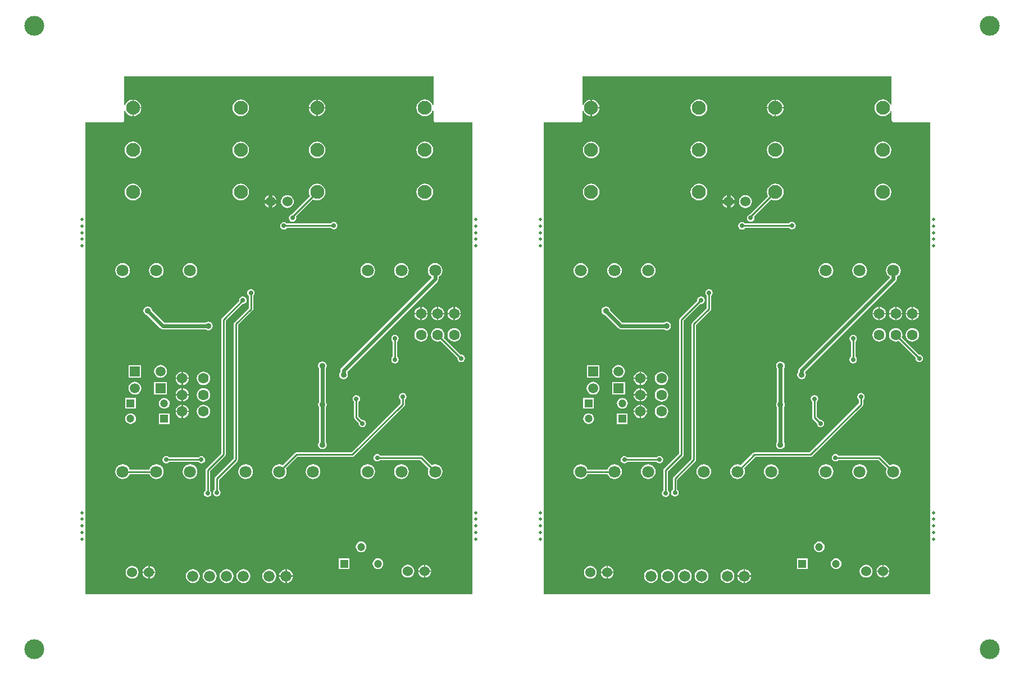
<source format=gbl>
G04*
G04 #@! TF.GenerationSoftware,Altium Limited,Altium Designer,19.1.6 (110)*
G04*
G04 Layer_Physical_Order=2*
G04 Layer_Color=16711680*
%FSLAX25Y25*%
%MOIN*%
G70*
G01*
G75*
%ADD10C,0.11811*%
%ADD29C,0.01000*%
%ADD30C,0.02400*%
%ADD31C,0.01968*%
%ADD32C,0.06299*%
%ADD33C,0.06000*%
%ADD34R,0.04724X0.04724*%
%ADD35C,0.04724*%
%ADD36C,0.06600*%
%ADD37C,0.07087*%
%ADD38C,0.05906*%
%ADD39R,0.05906X0.05906*%
%ADD40C,0.08268*%
%ADD41C,0.02756*%
%ADD42C,0.03500*%
G36*
X520504Y335084D02*
X520004Y334985D01*
X519687Y335750D01*
X518896Y336780D01*
X517866Y337571D01*
X516666Y338069D01*
X515378Y338238D01*
X514089Y338069D01*
X512889Y337571D01*
X511859Y336780D01*
X511068Y335750D01*
X510570Y334549D01*
X510401Y333261D01*
X510570Y331973D01*
X511068Y330773D01*
X511859Y329743D01*
X512889Y328952D01*
X514089Y328454D01*
X515378Y328285D01*
X516666Y328454D01*
X517866Y328952D01*
X518896Y329743D01*
X519687Y330773D01*
X520004Y331538D01*
X520504Y331439D01*
Y326162D01*
X520621Y325576D01*
X520952Y325080D01*
X521448Y324748D01*
X522034Y324632D01*
X543539D01*
X543539Y44281D01*
X314098D01*
X314098Y324632D01*
X335598D01*
X336184Y324748D01*
X336680Y325080D01*
X337012Y325576D01*
X337128Y326162D01*
Y331453D01*
X337628Y331553D01*
X337951Y330773D01*
X338742Y329743D01*
X339772Y328952D01*
X340972Y328454D01*
X341861Y328338D01*
Y333261D01*
Y338185D01*
X340972Y338069D01*
X339772Y337571D01*
X338742Y336780D01*
X337951Y335750D01*
X337628Y334970D01*
X337128Y335070D01*
Y352132D01*
X520504D01*
Y335084D01*
D02*
G37*
G36*
X248634D02*
X248134Y334985D01*
X247817Y335750D01*
X247026Y336780D01*
X245996Y337571D01*
X244795Y338069D01*
X243507Y338238D01*
X242219Y338069D01*
X241019Y337571D01*
X239988Y336780D01*
X239198Y335750D01*
X238700Y334549D01*
X238531Y333261D01*
X238700Y331973D01*
X239198Y330773D01*
X239988Y329743D01*
X241019Y328952D01*
X242219Y328454D01*
X243507Y328285D01*
X244795Y328454D01*
X245996Y328952D01*
X247026Y329743D01*
X247817Y330773D01*
X248134Y331538D01*
X248634Y331439D01*
Y326162D01*
X248750Y325576D01*
X249082Y325080D01*
X249578Y324748D01*
X250164Y324632D01*
X271669D01*
X271669Y44281D01*
X42228D01*
X42228Y324632D01*
X63728D01*
X64314Y324748D01*
X64810Y325080D01*
X65141Y325576D01*
X65258Y326162D01*
Y331453D01*
X65758Y331553D01*
X66081Y330773D01*
X66872Y329743D01*
X67902Y328952D01*
X69102Y328454D01*
X69990Y328338D01*
Y333261D01*
Y338185D01*
X69102Y338069D01*
X67902Y337571D01*
X66872Y336780D01*
X66081Y335750D01*
X65758Y334970D01*
X65258Y335070D01*
Y352132D01*
X248634D01*
Y335084D01*
D02*
G37*
%LPC*%
G36*
X451880Y338185D02*
Y333662D01*
X456403D01*
X456286Y334549D01*
X455789Y335750D01*
X454998Y336780D01*
X453968Y337571D01*
X452768Y338069D01*
X451880Y338185D01*
D02*
G37*
G36*
X342660D02*
Y333662D01*
X347184D01*
X347067Y334549D01*
X346570Y335750D01*
X345779Y336780D01*
X344749Y337571D01*
X343549Y338069D01*
X342660Y338185D01*
D02*
G37*
G36*
X451080D02*
X450191Y338069D01*
X448991Y337571D01*
X447961Y336780D01*
X447170Y335750D01*
X446672Y334549D01*
X446556Y333662D01*
X451080D01*
Y338185D01*
D02*
G37*
G36*
X456403Y332861D02*
X451880D01*
Y328338D01*
X452768Y328454D01*
X453968Y328952D01*
X454998Y329743D01*
X455789Y330773D01*
X456286Y331973D01*
X456403Y332861D01*
D02*
G37*
G36*
X347184D02*
X342660D01*
Y328338D01*
X343549Y328454D01*
X344749Y328952D01*
X345779Y329743D01*
X346570Y330773D01*
X347067Y331973D01*
X347184Y332861D01*
D02*
G37*
G36*
X451080D02*
X446556D01*
X446672Y331973D01*
X447170Y330773D01*
X447961Y329743D01*
X448991Y328952D01*
X450191Y328454D01*
X451080Y328338D01*
Y332861D01*
D02*
G37*
G36*
X406158Y338238D02*
X404871Y338069D01*
X403670Y337571D01*
X402640Y336780D01*
X401849Y335750D01*
X401351Y334549D01*
X401182Y333261D01*
X401351Y331973D01*
X401849Y330773D01*
X402640Y329743D01*
X403670Y328952D01*
X404871Y328454D01*
X406158Y328285D01*
X407447Y328454D01*
X408647Y328952D01*
X409678Y329743D01*
X410468Y330773D01*
X410965Y331973D01*
X411135Y333261D01*
X410965Y334549D01*
X410468Y335750D01*
X409678Y336780D01*
X408647Y337571D01*
X407447Y338069D01*
X406158Y338238D01*
D02*
G37*
G36*
X515378Y313238D02*
X514089Y313069D01*
X512889Y312571D01*
X511859Y311780D01*
X511068Y310750D01*
X510570Y309549D01*
X510401Y308261D01*
X510570Y306973D01*
X511068Y305773D01*
X511859Y304743D01*
X512889Y303952D01*
X514089Y303454D01*
X515378Y303285D01*
X516666Y303454D01*
X517866Y303952D01*
X518896Y304743D01*
X519687Y305773D01*
X520185Y306973D01*
X520354Y308261D01*
X520185Y309549D01*
X519687Y310750D01*
X518896Y311780D01*
X517866Y312571D01*
X516666Y313069D01*
X515378Y313238D01*
D02*
G37*
G36*
X451479D02*
X450191Y313069D01*
X448991Y312571D01*
X447961Y311780D01*
X447170Y310750D01*
X446672Y309549D01*
X446503Y308261D01*
X446672Y306973D01*
X447170Y305773D01*
X447961Y304743D01*
X448991Y303952D01*
X450191Y303454D01*
X451479Y303285D01*
X452768Y303454D01*
X453968Y303952D01*
X454998Y304743D01*
X455789Y305773D01*
X456286Y306973D01*
X456456Y308261D01*
X456286Y309549D01*
X455789Y310750D01*
X454998Y311780D01*
X453968Y312571D01*
X452768Y313069D01*
X451479Y313238D01*
D02*
G37*
G36*
X406158D02*
X404871Y313069D01*
X403670Y312571D01*
X402640Y311780D01*
X401849Y310750D01*
X401351Y309549D01*
X401182Y308261D01*
X401351Y306973D01*
X401849Y305773D01*
X402640Y304743D01*
X403670Y303952D01*
X404871Y303454D01*
X406158Y303285D01*
X407447Y303454D01*
X408647Y303952D01*
X409678Y304743D01*
X410468Y305773D01*
X410965Y306973D01*
X411135Y308261D01*
X410965Y309549D01*
X410468Y310750D01*
X409678Y311780D01*
X408647Y312571D01*
X407447Y313069D01*
X406158Y313238D01*
D02*
G37*
G36*
X342261D02*
X340972Y313069D01*
X339772Y312571D01*
X338742Y311780D01*
X337951Y310750D01*
X337454Y309549D01*
X337284Y308261D01*
X337454Y306973D01*
X337951Y305773D01*
X338742Y304743D01*
X339772Y303952D01*
X340972Y303454D01*
X342261Y303285D01*
X343549Y303454D01*
X344749Y303952D01*
X345779Y304743D01*
X346570Y305773D01*
X347067Y306973D01*
X347237Y308261D01*
X347067Y309549D01*
X346570Y310750D01*
X345779Y311780D01*
X344749Y312571D01*
X343549Y313069D01*
X342261Y313238D01*
D02*
G37*
G36*
X425009Y281211D02*
Y278795D01*
X427425D01*
X427128Y279511D01*
X426519Y280305D01*
X425725Y280914D01*
X425009Y281211D01*
D02*
G37*
G36*
X422609Y281211D02*
X421892Y280914D01*
X421099Y280305D01*
X420489Y279511D01*
X420193Y278795D01*
X422609D01*
Y281211D01*
D02*
G37*
G36*
X515378Y288238D02*
X514089Y288069D01*
X512889Y287571D01*
X511859Y286780D01*
X511068Y285750D01*
X510570Y284549D01*
X510401Y283261D01*
X510570Y281973D01*
X511068Y280773D01*
X511859Y279743D01*
X512889Y278952D01*
X514089Y278454D01*
X515378Y278285D01*
X516666Y278454D01*
X517866Y278952D01*
X518896Y279743D01*
X519687Y280773D01*
X520185Y281973D01*
X520354Y283261D01*
X520185Y284549D01*
X519687Y285750D01*
X518896Y286780D01*
X517866Y287571D01*
X516666Y288069D01*
X515378Y288238D01*
D02*
G37*
G36*
X451479D02*
X450191Y288069D01*
X448991Y287571D01*
X447961Y286780D01*
X447170Y285750D01*
X446672Y284549D01*
X446503Y283261D01*
X446672Y281973D01*
X447154Y280811D01*
X436309Y269965D01*
X436072Y269918D01*
X435352Y269437D01*
X434871Y268717D01*
X434702Y267867D01*
X434871Y267017D01*
X435352Y266297D01*
X436072Y265815D01*
X436922Y265646D01*
X437772Y265815D01*
X438492Y266297D01*
X438974Y267017D01*
X439143Y267867D01*
X438974Y268717D01*
X438908Y268815D01*
X449029Y278936D01*
X450191Y278454D01*
X451479Y278285D01*
X452768Y278454D01*
X453968Y278952D01*
X454998Y279743D01*
X455789Y280773D01*
X456286Y281973D01*
X456456Y283261D01*
X456286Y284549D01*
X455789Y285750D01*
X454998Y286780D01*
X453968Y287571D01*
X452768Y288069D01*
X451479Y288238D01*
D02*
G37*
G36*
X406158D02*
X404871Y288069D01*
X403670Y287571D01*
X402640Y286780D01*
X401849Y285750D01*
X401351Y284549D01*
X401182Y283261D01*
X401351Y281973D01*
X401849Y280773D01*
X402640Y279743D01*
X403670Y278952D01*
X404871Y278454D01*
X406158Y278285D01*
X407447Y278454D01*
X408647Y278952D01*
X409678Y279743D01*
X410468Y280773D01*
X410965Y281973D01*
X411135Y283261D01*
X410965Y284549D01*
X410468Y285750D01*
X409678Y286780D01*
X408647Y287571D01*
X407447Y288069D01*
X406158Y288238D01*
D02*
G37*
G36*
X342261D02*
X340972Y288069D01*
X339772Y287571D01*
X338742Y286780D01*
X337951Y285750D01*
X337454Y284549D01*
X337284Y283261D01*
X337454Y281973D01*
X337951Y280773D01*
X338742Y279743D01*
X339772Y278952D01*
X340972Y278454D01*
X342261Y278285D01*
X343549Y278454D01*
X344749Y278952D01*
X345779Y279743D01*
X346570Y280773D01*
X347067Y281973D01*
X347237Y283261D01*
X347067Y284549D01*
X346570Y285750D01*
X345779Y286780D01*
X344749Y287571D01*
X343549Y288069D01*
X342261Y288238D01*
D02*
G37*
G36*
X427425Y276395D02*
X425009D01*
Y273978D01*
X425725Y274275D01*
X426519Y274884D01*
X427128Y275678D01*
X427425Y276395D01*
D02*
G37*
G36*
X422609D02*
X420193D01*
X420489Y275678D01*
X421099Y274884D01*
X421892Y274275D01*
X422609Y273978D01*
Y276395D01*
D02*
G37*
G36*
X433809Y281427D02*
X432817Y281297D01*
X431892Y280914D01*
X431099Y280305D01*
X430489Y279511D01*
X430106Y278587D01*
X429976Y277594D01*
X430106Y276603D01*
X430489Y275678D01*
X431099Y274884D01*
X431892Y274275D01*
X432817Y273892D01*
X433809Y273762D01*
X434801Y273892D01*
X435725Y274275D01*
X436519Y274884D01*
X437128Y275678D01*
X437511Y276603D01*
X437641Y277594D01*
X437511Y278587D01*
X437128Y279511D01*
X436519Y280305D01*
X435725Y280914D01*
X434801Y281297D01*
X433809Y281427D01*
D02*
G37*
G36*
X461387Y265544D02*
X460538Y265374D01*
X459817Y264893D01*
X459654Y264648D01*
X433427D01*
X433332Y264791D01*
X432611Y265272D01*
X431761Y265441D01*
X430912Y265272D01*
X430191Y264791D01*
X429710Y264070D01*
X429541Y263221D01*
X429710Y262371D01*
X430191Y261650D01*
X430912Y261169D01*
X431761Y261000D01*
X432611Y261169D01*
X433332Y261650D01*
X433564Y261997D01*
X459654D01*
X459817Y261753D01*
X460538Y261271D01*
X461387Y261102D01*
X462237Y261271D01*
X462958Y261753D01*
X463439Y262473D01*
X463608Y263323D01*
X463439Y264173D01*
X462958Y264893D01*
X462237Y265374D01*
X461387Y265544D01*
D02*
G37*
G36*
X501569Y241042D02*
X500435Y240893D01*
X499378Y240456D01*
X498471Y239759D01*
X497775Y238852D01*
X497337Y237795D01*
X497188Y236662D01*
X497337Y235528D01*
X497775Y234471D01*
X498471Y233564D01*
X499378Y232867D01*
X500435Y232430D01*
X501569Y232280D01*
X502702Y232430D01*
X503759Y232867D01*
X504666Y233564D01*
X505363Y234471D01*
X505800Y235528D01*
X505949Y236662D01*
X505800Y237795D01*
X505363Y238852D01*
X504666Y239759D01*
X503759Y240456D01*
X502702Y240893D01*
X501569Y241042D01*
D02*
G37*
G36*
X481568D02*
X480435Y240893D01*
X479378Y240456D01*
X478471Y239759D01*
X477774Y238852D01*
X477337Y237795D01*
X477188Y236662D01*
X477337Y235528D01*
X477774Y234471D01*
X478471Y233564D01*
X479378Y232867D01*
X480435Y232430D01*
X481568Y232280D01*
X482702Y232430D01*
X483759Y232867D01*
X484666Y233564D01*
X485363Y234471D01*
X485800Y235528D01*
X485950Y236662D01*
X485800Y237795D01*
X485363Y238852D01*
X484666Y239759D01*
X483759Y240456D01*
X482702Y240893D01*
X481568Y241042D01*
D02*
G37*
G36*
X376068D02*
X374935Y240893D01*
X373878Y240456D01*
X372971Y239759D01*
X372274Y238852D01*
X371837Y237795D01*
X371688Y236662D01*
X371837Y235528D01*
X372274Y234471D01*
X372971Y233564D01*
X373878Y232867D01*
X374935Y232430D01*
X376068Y232280D01*
X377202Y232430D01*
X378259Y232867D01*
X379166Y233564D01*
X379863Y234471D01*
X380300Y235528D01*
X380450Y236662D01*
X380300Y237795D01*
X379863Y238852D01*
X379166Y239759D01*
X378259Y240456D01*
X377202Y240893D01*
X376068Y241042D01*
D02*
G37*
G36*
X356068D02*
X354935Y240893D01*
X353878Y240456D01*
X352971Y239759D01*
X352274Y238852D01*
X351837Y237795D01*
X351688Y236662D01*
X351837Y235528D01*
X352274Y234471D01*
X352971Y233564D01*
X353878Y232867D01*
X354935Y232430D01*
X356068Y232280D01*
X357202Y232430D01*
X358259Y232867D01*
X359166Y233564D01*
X359863Y234471D01*
X360300Y235528D01*
X360450Y236662D01*
X360300Y237795D01*
X359863Y238852D01*
X359166Y239759D01*
X358259Y240456D01*
X357202Y240893D01*
X356068Y241042D01*
D02*
G37*
G36*
X336069D02*
X334935Y240893D01*
X333878Y240456D01*
X332971Y239759D01*
X332275Y238852D01*
X331837Y237795D01*
X331688Y236662D01*
X331837Y235528D01*
X332275Y234471D01*
X332971Y233564D01*
X333878Y232867D01*
X334935Y232430D01*
X336069Y232280D01*
X337202Y232430D01*
X338259Y232867D01*
X339166Y233564D01*
X339863Y234471D01*
X340300Y235528D01*
X340450Y236662D01*
X340300Y237795D01*
X339863Y238852D01*
X339166Y239759D01*
X338259Y240456D01*
X337202Y240893D01*
X336069Y241042D01*
D02*
G37*
G36*
X407454Y221252D02*
X406605Y221083D01*
X405884Y220602D01*
X405403Y219881D01*
X405234Y219032D01*
X405291Y218743D01*
X394899Y208351D01*
X394612Y207921D01*
X394511Y207413D01*
Y127848D01*
X385549Y118886D01*
X385261Y118456D01*
X385160Y117949D01*
Y106001D01*
X384916Y105838D01*
X384434Y105117D01*
X384265Y104268D01*
X384434Y103418D01*
X384916Y102698D01*
X385636Y102216D01*
X386486Y102047D01*
X387336Y102216D01*
X388056Y102698D01*
X388537Y103418D01*
X388706Y104268D01*
X388537Y105117D01*
X388056Y105838D01*
X387811Y106001D01*
Y117400D01*
X396774Y126362D01*
X397061Y126792D01*
X397162Y127299D01*
Y206864D01*
X407166Y216868D01*
X407454Y216811D01*
X408304Y216980D01*
X409025Y217461D01*
X409506Y218182D01*
X409675Y219032D01*
X409506Y219881D01*
X409025Y220602D01*
X408304Y221083D01*
X407454Y221252D01*
D02*
G37*
G36*
X523402Y214990D02*
Y211459D01*
X526932D01*
X526849Y212090D01*
X526451Y213051D01*
X525818Y213876D01*
X524993Y214509D01*
X524033Y214907D01*
X523402Y214990D01*
D02*
G37*
G36*
X513559D02*
Y211459D01*
X517090D01*
X517007Y212090D01*
X516609Y213051D01*
X515976Y213876D01*
X515151Y214509D01*
X514190Y214907D01*
X513559Y214990D01*
D02*
G37*
G36*
X533244D02*
Y211459D01*
X536775D01*
X536692Y212090D01*
X536294Y213051D01*
X535661Y213876D01*
X534836Y214509D01*
X533875Y214907D01*
X533244Y214990D01*
D02*
G37*
G36*
X532444D02*
X531813Y214907D01*
X530852Y214509D01*
X530027Y213876D01*
X529394Y213051D01*
X528996Y212090D01*
X528913Y211459D01*
X532444D01*
Y214990D01*
D02*
G37*
G36*
X512759D02*
X512128Y214907D01*
X511167Y214509D01*
X510342Y213876D01*
X509709Y213051D01*
X509311Y212090D01*
X509228Y211459D01*
X512759D01*
Y214990D01*
D02*
G37*
G36*
X522602D02*
X521971Y214907D01*
X521010Y214509D01*
X520185Y213876D01*
X519552Y213051D01*
X519154Y212090D01*
X519071Y211459D01*
X522602D01*
Y214990D01*
D02*
G37*
G36*
X526932Y210659D02*
X523402D01*
Y207128D01*
X524033Y207211D01*
X524993Y207609D01*
X525818Y208242D01*
X526451Y209067D01*
X526849Y210028D01*
X526932Y210659D01*
D02*
G37*
G36*
X517090D02*
X513559D01*
Y207128D01*
X514190Y207211D01*
X515151Y207609D01*
X515976Y208242D01*
X516609Y209067D01*
X517007Y210028D01*
X517090Y210659D01*
D02*
G37*
G36*
X536775D02*
X533244D01*
Y207128D01*
X533875Y207211D01*
X534836Y207609D01*
X535661Y208242D01*
X536294Y209067D01*
X536692Y210028D01*
X536775Y210659D01*
D02*
G37*
G36*
X532444D02*
X528913D01*
X528996Y210028D01*
X529394Y209067D01*
X530027Y208242D01*
X530852Y207609D01*
X531813Y207211D01*
X532444Y207128D01*
Y210659D01*
D02*
G37*
G36*
X522602D02*
X519071D01*
X519154Y210028D01*
X519552Y209067D01*
X520185Y208242D01*
X521010Y207609D01*
X521971Y207211D01*
X522602Y207128D01*
Y210659D01*
D02*
G37*
G36*
X512759D02*
X509228D01*
X509311Y210028D01*
X509709Y209067D01*
X510342Y208242D01*
X511167Y207609D01*
X512128Y207211D01*
X512759Y207128D01*
Y210659D01*
D02*
G37*
G36*
X351001Y215285D02*
X350006Y215087D01*
X349163Y214524D01*
X348599Y213680D01*
X348401Y212685D01*
X348599Y211690D01*
X349163Y210847D01*
X350006Y210283D01*
X350647Y210156D01*
X358469Y202334D01*
X359131Y201892D01*
X359911Y201736D01*
X385440D01*
X385983Y201374D01*
X386978Y201176D01*
X387973Y201374D01*
X388816Y201937D01*
X389380Y202781D01*
X389578Y203776D01*
X389380Y204771D01*
X388816Y205614D01*
X387973Y206178D01*
X386978Y206376D01*
X385983Y206178D01*
X385440Y205815D01*
X360756D01*
X353531Y213040D01*
X353403Y213680D01*
X352840Y214524D01*
X351996Y215087D01*
X351001Y215285D01*
D02*
G37*
G36*
X532844Y202444D02*
X531813Y202309D01*
X530852Y201910D01*
X530027Y201277D01*
X529394Y200452D01*
X528996Y199492D01*
X528861Y198461D01*
X528996Y197430D01*
X529394Y196469D01*
X530027Y195644D01*
X530852Y195011D01*
X531813Y194613D01*
X532844Y194477D01*
X533875Y194613D01*
X534836Y195011D01*
X535661Y195644D01*
X536294Y196469D01*
X536692Y197430D01*
X536828Y198461D01*
X536692Y199492D01*
X536294Y200452D01*
X535661Y201277D01*
X534836Y201910D01*
X533875Y202309D01*
X532844Y202444D01*
D02*
G37*
G36*
X513159D02*
X512128Y202309D01*
X511167Y201910D01*
X510342Y201277D01*
X509709Y200452D01*
X509311Y199492D01*
X509175Y198461D01*
X509311Y197430D01*
X509709Y196469D01*
X510342Y195644D01*
X511167Y195011D01*
X512128Y194613D01*
X513159Y194477D01*
X514190Y194613D01*
X515151Y195011D01*
X515976Y195644D01*
X516609Y196469D01*
X517007Y197430D01*
X517143Y198461D01*
X517007Y199492D01*
X516609Y200452D01*
X515976Y201277D01*
X515151Y201910D01*
X514190Y202309D01*
X513159Y202444D01*
D02*
G37*
G36*
X523002D02*
X521971Y202309D01*
X521010Y201910D01*
X520185Y201277D01*
X519552Y200452D01*
X519154Y199492D01*
X519018Y198461D01*
X519154Y197430D01*
X519552Y196469D01*
X520185Y195644D01*
X521010Y195011D01*
X521971Y194613D01*
X523002Y194477D01*
X524033Y194613D01*
X524699Y194889D01*
X534814Y184774D01*
X534757Y184485D01*
X534926Y183635D01*
X535407Y182915D01*
X536128Y182433D01*
X536977Y182264D01*
X537827Y182433D01*
X538548Y182915D01*
X539029Y183635D01*
X539198Y184485D01*
X539029Y185335D01*
X538548Y186055D01*
X537827Y186536D01*
X536977Y186705D01*
X536689Y186648D01*
X526573Y196763D01*
X526849Y197430D01*
X526985Y198461D01*
X526849Y199492D01*
X526451Y200452D01*
X525818Y201277D01*
X524993Y201910D01*
X524033Y202309D01*
X523002Y202444D01*
D02*
G37*
G36*
X497706Y198417D02*
X496856Y198249D01*
X496136Y197767D01*
X495655Y197047D01*
X495486Y196197D01*
X495655Y195347D01*
X496136Y194627D01*
X496381Y194463D01*
Y185415D01*
X496136Y185252D01*
X495655Y184531D01*
X495486Y183681D01*
X495655Y182832D01*
X496136Y182111D01*
X496856Y181630D01*
X497706Y181461D01*
X498556Y181630D01*
X499277Y182111D01*
X499758Y182832D01*
X499927Y183681D01*
X499758Y184531D01*
X499277Y185252D01*
X499032Y185415D01*
Y194463D01*
X499277Y194627D01*
X499758Y195347D01*
X499927Y196197D01*
X499758Y197047D01*
X499277Y197767D01*
X498556Y198249D01*
X497706Y198417D01*
D02*
G37*
G36*
X371827Y176566D02*
Y173035D01*
X375358D01*
X375275Y173666D01*
X374877Y174627D01*
X374244Y175452D01*
X373419Y176085D01*
X372458Y176483D01*
X371827Y176566D01*
D02*
G37*
G36*
X371027D02*
X370396Y176483D01*
X369435Y176085D01*
X368610Y175452D01*
X367977Y174627D01*
X367579Y173666D01*
X367496Y173035D01*
X371027D01*
Y176566D01*
D02*
G37*
G36*
X347129Y180502D02*
X339623D01*
Y172996D01*
X347129D01*
Y180502D01*
D02*
G37*
G36*
X358533Y180535D02*
X357553Y180406D01*
X356640Y180028D01*
X355856Y179426D01*
X355255Y178642D01*
X354877Y177729D01*
X354748Y176750D01*
X354877Y175770D01*
X355255Y174857D01*
X355856Y174073D01*
X356640Y173471D01*
X357553Y173093D01*
X358533Y172964D01*
X359513Y173093D01*
X360426Y173471D01*
X361210Y174073D01*
X361811Y174857D01*
X362190Y175770D01*
X362318Y176750D01*
X362190Y177729D01*
X361811Y178642D01*
X361210Y179426D01*
X360426Y180028D01*
X359513Y180406D01*
X358533Y180535D01*
D02*
G37*
G36*
X521568Y241042D02*
X520435Y240893D01*
X519378Y240456D01*
X518471Y239759D01*
X517774Y238852D01*
X517337Y237795D01*
X517188Y236662D01*
X517337Y235528D01*
X517774Y234471D01*
X518471Y233564D01*
X519378Y232867D01*
X519391Y232862D01*
X519453Y232343D01*
X465753Y178643D01*
X465310Y177981D01*
X465155Y177201D01*
Y176202D01*
X464792Y175659D01*
X464595Y174664D01*
X464792Y173669D01*
X465356Y172826D01*
X466199Y172262D01*
X467195Y172064D01*
X468189Y172262D01*
X469033Y172826D01*
X469597Y173669D01*
X469795Y174664D01*
X469597Y175659D01*
X469234Y176202D01*
Y176356D01*
X523010Y230133D01*
X523453Y230795D01*
X523608Y231575D01*
X523608Y231575D01*
Y232805D01*
X523759Y232867D01*
X524666Y233564D01*
X525363Y234471D01*
X525800Y235528D01*
X525949Y236662D01*
X525800Y237795D01*
X525363Y238852D01*
X524666Y239759D01*
X523759Y240456D01*
X522702Y240893D01*
X521568Y241042D01*
D02*
G37*
G36*
X375358Y172235D02*
X371827D01*
Y168704D01*
X372458Y168788D01*
X373419Y169185D01*
X374244Y169819D01*
X374877Y170644D01*
X375275Y171604D01*
X375358Y172235D01*
D02*
G37*
G36*
X371027D02*
X367496D01*
X367579Y171604D01*
X367977Y170644D01*
X368610Y169819D01*
X369435Y169185D01*
X370396Y168788D01*
X371027Y168704D01*
Y172235D01*
D02*
G37*
G36*
X384025Y176619D02*
X382994Y176483D01*
X382033Y176085D01*
X381208Y175452D01*
X380575Y174627D01*
X380177Y173666D01*
X380042Y172635D01*
X380177Y171604D01*
X380575Y170644D01*
X381208Y169819D01*
X382033Y169185D01*
X382994Y168788D01*
X384025Y168652D01*
X385056Y168788D01*
X386017Y169185D01*
X386842Y169819D01*
X387475Y170644D01*
X387873Y171604D01*
X388009Y172635D01*
X387873Y173666D01*
X387475Y174627D01*
X386842Y175452D01*
X386017Y176085D01*
X385056Y176483D01*
X384025Y176619D01*
D02*
G37*
G36*
X371827Y166724D02*
Y163193D01*
X375358D01*
X375275Y163824D01*
X374877Y164785D01*
X374244Y165610D01*
X373419Y166243D01*
X372458Y166641D01*
X371827Y166724D01*
D02*
G37*
G36*
X371027D02*
X370396Y166641D01*
X369435Y166243D01*
X368610Y165610D01*
X367977Y164785D01*
X367579Y163824D01*
X367496Y163193D01*
X371027D01*
Y166724D01*
D02*
G37*
G36*
X362286Y170502D02*
X354780D01*
Y162996D01*
X362286D01*
Y170502D01*
D02*
G37*
G36*
X343376Y170535D02*
X342396Y170406D01*
X341483Y170028D01*
X340699Y169426D01*
X340097Y168642D01*
X339719Y167729D01*
X339590Y166750D01*
X339719Y165770D01*
X340097Y164857D01*
X340699Y164073D01*
X341483Y163471D01*
X342396Y163093D01*
X343376Y162964D01*
X344355Y163093D01*
X345268Y163471D01*
X346052Y164073D01*
X346654Y164857D01*
X347032Y165770D01*
X347161Y166750D01*
X347032Y167729D01*
X346654Y168642D01*
X346052Y169426D01*
X345268Y170028D01*
X344355Y170406D01*
X343376Y170535D01*
D02*
G37*
G36*
X371027Y162393D02*
X367496D01*
X367579Y161762D01*
X367977Y160801D01*
X368610Y159976D01*
X369435Y159343D01*
X370396Y158945D01*
X371027Y158862D01*
Y162393D01*
D02*
G37*
G36*
X375358D02*
X371827D01*
Y158862D01*
X372458Y158945D01*
X373419Y159343D01*
X374244Y159976D01*
X374877Y160801D01*
X375275Y161762D01*
X375358Y162393D01*
D02*
G37*
G36*
X384025Y166776D02*
X382994Y166641D01*
X382033Y166243D01*
X381208Y165610D01*
X380575Y164785D01*
X380177Y163824D01*
X380042Y162793D01*
X380177Y161762D01*
X380575Y160801D01*
X381208Y159976D01*
X382033Y159343D01*
X382994Y158945D01*
X384025Y158809D01*
X385056Y158945D01*
X386017Y159343D01*
X386842Y159976D01*
X387475Y160801D01*
X387873Y161762D01*
X388009Y162793D01*
X387873Y163824D01*
X387475Y164785D01*
X386842Y165610D01*
X386017Y166243D01*
X385056Y166641D01*
X384025Y166776D01*
D02*
G37*
G36*
X343919Y160935D02*
X337596D01*
Y154611D01*
X343919D01*
Y160935D01*
D02*
G37*
G36*
X360757Y160962D02*
X359932Y160854D01*
X359163Y160535D01*
X358502Y160028D01*
X357996Y159368D01*
X357677Y158599D01*
X357568Y157773D01*
X357677Y156948D01*
X357996Y156178D01*
X358502Y155518D01*
X359163Y155011D01*
X359932Y154693D01*
X360757Y154584D01*
X361583Y154693D01*
X362352Y155011D01*
X363013Y155518D01*
X363520Y156178D01*
X363838Y156948D01*
X363947Y157773D01*
X363838Y158599D01*
X363520Y159368D01*
X363013Y160028D01*
X362352Y160535D01*
X361583Y160854D01*
X360757Y160962D01*
D02*
G37*
G36*
X371827Y156881D02*
Y153350D01*
X375358D01*
X375275Y153981D01*
X374877Y154942D01*
X374244Y155767D01*
X373419Y156400D01*
X372458Y156798D01*
X371827Y156881D01*
D02*
G37*
G36*
X371027D02*
X370396Y156798D01*
X369435Y156400D01*
X368610Y155767D01*
X367977Y154942D01*
X367579Y153981D01*
X367496Y153350D01*
X371027D01*
Y156881D01*
D02*
G37*
G36*
Y152550D02*
X367496D01*
X367579Y151919D01*
X367977Y150959D01*
X368610Y150134D01*
X369435Y149500D01*
X370396Y149102D01*
X371027Y149019D01*
Y152550D01*
D02*
G37*
G36*
X375358D02*
X371827D01*
Y149019D01*
X372458Y149102D01*
X373419Y149500D01*
X374244Y150134D01*
X374877Y150959D01*
X375275Y151919D01*
X375358Y152550D01*
D02*
G37*
G36*
X384025Y156934D02*
X382994Y156798D01*
X382033Y156400D01*
X381208Y155767D01*
X380575Y154942D01*
X380177Y153981D01*
X380042Y152950D01*
X380177Y151919D01*
X380575Y150959D01*
X381208Y150134D01*
X382033Y149500D01*
X382994Y149102D01*
X384025Y148967D01*
X385056Y149102D01*
X386017Y149500D01*
X386842Y150134D01*
X387475Y150959D01*
X387873Y151919D01*
X388009Y152950D01*
X387873Y153981D01*
X387475Y154942D01*
X386842Y155767D01*
X386017Y156400D01*
X385056Y156798D01*
X384025Y156934D01*
D02*
G37*
G36*
X363919Y151782D02*
X357595D01*
Y145458D01*
X363919D01*
Y151782D01*
D02*
G37*
G36*
X340757Y151809D02*
X339932Y151700D01*
X339163Y151382D01*
X338502Y150875D01*
X337996Y150214D01*
X337677Y149445D01*
X337568Y148620D01*
X337677Y147794D01*
X337996Y147025D01*
X338502Y146364D01*
X339163Y145858D01*
X339932Y145539D01*
X340757Y145430D01*
X341583Y145539D01*
X342352Y145858D01*
X343013Y146364D01*
X343519Y147025D01*
X343838Y147794D01*
X343947Y148620D01*
X343838Y149445D01*
X343519Y150214D01*
X343013Y150875D01*
X342352Y151382D01*
X341583Y151700D01*
X340757Y151809D01*
D02*
G37*
G36*
X474773Y162689D02*
X473923Y162520D01*
X473203Y162039D01*
X472722Y161318D01*
X472553Y160468D01*
X472722Y159619D01*
X473203Y158898D01*
X473448Y158735D01*
Y149334D01*
X473549Y148827D01*
X473836Y148397D01*
X476166Y146067D01*
X476109Y145778D01*
X476278Y144928D01*
X476759Y144208D01*
X477479Y143726D01*
X478329Y143557D01*
X479179Y143726D01*
X479899Y144208D01*
X480381Y144928D01*
X480550Y145778D01*
X480381Y146628D01*
X479899Y147348D01*
X479179Y147830D01*
X478329Y147999D01*
X478041Y147941D01*
X476099Y149883D01*
Y158735D01*
X476343Y158898D01*
X476825Y159619D01*
X476994Y160468D01*
X476825Y161318D01*
X476343Y162039D01*
X475623Y162520D01*
X474773Y162689D01*
D02*
G37*
G36*
X454596Y182655D02*
X453601Y182457D01*
X452758Y181894D01*
X452194Y181050D01*
X451996Y180055D01*
X452194Y179060D01*
X452557Y178517D01*
Y158473D01*
X452194Y157929D01*
X451996Y156934D01*
X452194Y155939D01*
X452557Y155396D01*
Y134721D01*
X452194Y134178D01*
X451996Y133183D01*
X452194Y132188D01*
X452758Y131344D01*
X453601Y130781D01*
X454596Y130583D01*
X455591Y130781D01*
X456434Y131344D01*
X456998Y132188D01*
X457196Y133183D01*
X456998Y134178D01*
X456635Y134721D01*
Y155396D01*
X456998Y155939D01*
X457196Y156934D01*
X456998Y157929D01*
X456635Y158473D01*
Y178517D01*
X456998Y179060D01*
X457196Y180055D01*
X456998Y181050D01*
X456434Y181894D01*
X455591Y182457D01*
X454596Y182655D01*
D02*
G37*
G36*
X382792Y126469D02*
X381943Y126300D01*
X381222Y125818D01*
X381059Y125574D01*
X363712D01*
X363548Y125818D01*
X362828Y126300D01*
X361978Y126469D01*
X361128Y126300D01*
X360408Y125818D01*
X359926Y125098D01*
X359757Y124248D01*
X359926Y123398D01*
X360408Y122678D01*
X361128Y122196D01*
X361978Y122027D01*
X362828Y122196D01*
X363548Y122678D01*
X363712Y122923D01*
X381059D01*
X381222Y122678D01*
X381943Y122196D01*
X382792Y122027D01*
X383642Y122196D01*
X384363Y122678D01*
X384844Y123398D01*
X385013Y124248D01*
X384844Y125098D01*
X384363Y125818D01*
X383642Y126300D01*
X382792Y126469D01*
D02*
G37*
G36*
X502332Y163870D02*
X501482Y163701D01*
X500762Y163220D01*
X500281Y162499D01*
X500112Y161650D01*
X500281Y160800D01*
X500762Y160079D01*
X501007Y159916D01*
Y157735D01*
X471888Y128617D01*
X439198D01*
X438691Y128516D01*
X438261Y128228D01*
X431067Y121035D01*
X430202Y121393D01*
X429069Y121542D01*
X427935Y121393D01*
X426878Y120956D01*
X425971Y120259D01*
X425275Y119352D01*
X424837Y118295D01*
X424688Y117161D01*
X424837Y116028D01*
X425275Y114971D01*
X425971Y114064D01*
X426878Y113367D01*
X427935Y112930D01*
X429069Y112780D01*
X430202Y112930D01*
X431259Y113367D01*
X432166Y114064D01*
X432863Y114971D01*
X433300Y116028D01*
X433450Y117161D01*
X433300Y118295D01*
X432942Y119160D01*
X439747Y125966D01*
X472437D01*
X472945Y126067D01*
X473375Y126354D01*
X503270Y156249D01*
X503557Y156679D01*
X503658Y157186D01*
Y159916D01*
X503902Y160079D01*
X504384Y160800D01*
X504553Y161650D01*
X504384Y162499D01*
X503902Y163220D01*
X503182Y163701D01*
X502332Y163870D01*
D02*
G37*
G36*
X356068Y121542D02*
X354935Y121393D01*
X353878Y120956D01*
X352971Y120259D01*
X352274Y119352D01*
X351916Y118487D01*
X340221D01*
X339863Y119352D01*
X339166Y120259D01*
X338259Y120956D01*
X337202Y121393D01*
X336069Y121542D01*
X334935Y121393D01*
X333878Y120956D01*
X332971Y120259D01*
X332275Y119352D01*
X331837Y118295D01*
X331688Y117161D01*
X331837Y116028D01*
X332275Y114971D01*
X332971Y114064D01*
X333878Y113367D01*
X334935Y112930D01*
X336069Y112780D01*
X337202Y112930D01*
X338259Y113367D01*
X339166Y114064D01*
X339863Y114971D01*
X340221Y115836D01*
X351916D01*
X352274Y114971D01*
X352971Y114064D01*
X353878Y113367D01*
X354935Y112930D01*
X356068Y112780D01*
X357202Y112930D01*
X358259Y113367D01*
X359166Y114064D01*
X359863Y114971D01*
X360300Y116028D01*
X360450Y117161D01*
X360300Y118295D01*
X359863Y119352D01*
X359166Y120259D01*
X358259Y120956D01*
X357202Y121393D01*
X356068Y121542D01*
D02*
G37*
G36*
X487175Y127693D02*
X486325Y127524D01*
X485605Y127043D01*
X485123Y126322D01*
X484954Y125473D01*
X485123Y124623D01*
X485605Y123902D01*
X486325Y123421D01*
X487175Y123252D01*
X488025Y123421D01*
X488745Y123902D01*
X488908Y124147D01*
X512708D01*
X517695Y119160D01*
X517337Y118295D01*
X517188Y117161D01*
X517337Y116028D01*
X517774Y114971D01*
X518471Y114064D01*
X519378Y113367D01*
X520435Y112930D01*
X521568Y112780D01*
X522702Y112930D01*
X523759Y113367D01*
X524666Y114064D01*
X525363Y114971D01*
X525800Y116028D01*
X525949Y117161D01*
X525800Y118295D01*
X525363Y119352D01*
X524666Y120259D01*
X523759Y120956D01*
X522702Y121393D01*
X521568Y121542D01*
X520435Y121393D01*
X519570Y121035D01*
X514195Y126410D01*
X513765Y126697D01*
X513257Y126798D01*
X488908D01*
X488745Y127043D01*
X488025Y127524D01*
X487175Y127693D01*
D02*
G37*
G36*
X501569Y121542D02*
X500435Y121393D01*
X499378Y120956D01*
X498471Y120259D01*
X497775Y119352D01*
X497337Y118295D01*
X497188Y117161D01*
X497337Y116028D01*
X497775Y114971D01*
X498471Y114064D01*
X499378Y113367D01*
X500435Y112930D01*
X501569Y112780D01*
X502702Y112930D01*
X503759Y113367D01*
X504666Y114064D01*
X505363Y114971D01*
X505800Y116028D01*
X505949Y117161D01*
X505800Y118295D01*
X505363Y119352D01*
X504666Y120259D01*
X503759Y120956D01*
X502702Y121393D01*
X501569Y121542D01*
D02*
G37*
G36*
X481568D02*
X480435Y121393D01*
X479378Y120956D01*
X478471Y120259D01*
X477774Y119352D01*
X477337Y118295D01*
X477188Y117161D01*
X477337Y116028D01*
X477774Y114971D01*
X478471Y114064D01*
X479378Y113367D01*
X480435Y112930D01*
X481568Y112780D01*
X482702Y112930D01*
X483759Y113367D01*
X484666Y114064D01*
X485363Y114971D01*
X485800Y116028D01*
X485950Y117161D01*
X485800Y118295D01*
X485363Y119352D01*
X484666Y120259D01*
X483759Y120956D01*
X482702Y121393D01*
X481568Y121542D01*
D02*
G37*
G36*
X449068D02*
X447935Y121393D01*
X446878Y120956D01*
X445971Y120259D01*
X445274Y119352D01*
X444837Y118295D01*
X444688Y117161D01*
X444837Y116028D01*
X445274Y114971D01*
X445971Y114064D01*
X446878Y113367D01*
X447935Y112930D01*
X449068Y112780D01*
X450202Y112930D01*
X451259Y113367D01*
X452166Y114064D01*
X452863Y114971D01*
X453300Y116028D01*
X453449Y117161D01*
X453300Y118295D01*
X452863Y119352D01*
X452166Y120259D01*
X451259Y120956D01*
X450202Y121393D01*
X449068Y121542D01*
D02*
G37*
G36*
X409068D02*
X407935Y121393D01*
X406878Y120956D01*
X405971Y120259D01*
X405274Y119352D01*
X404837Y118295D01*
X404688Y117161D01*
X404837Y116028D01*
X405274Y114971D01*
X405971Y114064D01*
X406878Y113367D01*
X407935Y112930D01*
X409068Y112780D01*
X410202Y112930D01*
X411259Y113367D01*
X412166Y114064D01*
X412863Y114971D01*
X413300Y116028D01*
X413449Y117161D01*
X413300Y118295D01*
X412863Y119352D01*
X412166Y120259D01*
X411259Y120956D01*
X410202Y121393D01*
X409068Y121542D01*
D02*
G37*
G36*
X376068D02*
X374935Y121393D01*
X373878Y120956D01*
X372971Y120259D01*
X372274Y119352D01*
X371837Y118295D01*
X371688Y117161D01*
X371837Y116028D01*
X372274Y114971D01*
X372971Y114064D01*
X373878Y113367D01*
X374935Y112930D01*
X376068Y112780D01*
X377202Y112930D01*
X378259Y113367D01*
X379166Y114064D01*
X379863Y114971D01*
X380300Y116028D01*
X380450Y117161D01*
X380300Y118295D01*
X379863Y119352D01*
X379166Y120259D01*
X378259Y120956D01*
X377202Y121393D01*
X376068Y121542D01*
D02*
G37*
G36*
X412175Y225681D02*
X411325Y225512D01*
X410605Y225031D01*
X410123Y224310D01*
X409954Y223461D01*
X410123Y222611D01*
X410605Y221890D01*
X410849Y221727D01*
Y214364D01*
X402281Y205796D01*
X401994Y205365D01*
X401893Y204858D01*
Y124797D01*
X391000Y113904D01*
X390712Y113474D01*
X390612Y112967D01*
Y106357D01*
X390367Y106194D01*
X389885Y105473D01*
X389716Y104624D01*
X389885Y103774D01*
X390367Y103053D01*
X391087Y102572D01*
X391937Y102403D01*
X392787Y102572D01*
X393507Y103053D01*
X393989Y103774D01*
X394158Y104624D01*
X393989Y105473D01*
X393507Y106194D01*
X393263Y106357D01*
Y112418D01*
X404155Y123311D01*
X404443Y123741D01*
X404544Y124248D01*
Y204309D01*
X413112Y212878D01*
X413399Y213308D01*
X413500Y213815D01*
Y221727D01*
X413745Y221890D01*
X414226Y222611D01*
X414395Y223461D01*
X414226Y224310D01*
X413745Y225031D01*
X413025Y225512D01*
X412175Y225681D01*
D02*
G37*
G36*
X477568Y75651D02*
X476743Y75542D01*
X475974Y75224D01*
X475313Y74717D01*
X474806Y74057D01*
X474488Y73287D01*
X474379Y72462D01*
X474488Y71636D01*
X474806Y70867D01*
X475313Y70207D01*
X475974Y69700D01*
X476743Y69381D01*
X477568Y69273D01*
X478394Y69381D01*
X479163Y69700D01*
X479824Y70207D01*
X480331Y70867D01*
X480649Y71636D01*
X480758Y72462D01*
X480649Y73287D01*
X480331Y74057D01*
X479824Y74717D01*
X479163Y75224D01*
X478394Y75542D01*
X477568Y75651D01*
D02*
G37*
G36*
X470730Y65624D02*
X464406D01*
Y59300D01*
X470730D01*
Y65624D01*
D02*
G37*
G36*
X487569Y65651D02*
X486743Y65543D01*
X485974Y65224D01*
X485313Y64717D01*
X484806Y64056D01*
X484488Y63287D01*
X484379Y62462D01*
X484488Y61636D01*
X484806Y60867D01*
X485313Y60207D01*
X485974Y59700D01*
X486743Y59381D01*
X487569Y59273D01*
X488394Y59381D01*
X489163Y59700D01*
X489824Y60207D01*
X490331Y60867D01*
X490649Y61636D01*
X490758Y62462D01*
X490649Y63287D01*
X490331Y64056D01*
X489824Y64717D01*
X489163Y65224D01*
X488394Y65543D01*
X487569Y65651D01*
D02*
G37*
G36*
X515765Y61845D02*
Y58464D01*
X519145D01*
X519067Y59057D01*
X518684Y59981D01*
X518075Y60775D01*
X517282Y61384D01*
X516357Y61767D01*
X515765Y61845D01*
D02*
G37*
G36*
X514965D02*
X514373Y61767D01*
X513449Y61384D01*
X512655Y60775D01*
X512046Y59981D01*
X511663Y59057D01*
X511585Y58464D01*
X514965D01*
Y61845D01*
D02*
G37*
G36*
X352168Y61198D02*
Y57818D01*
X355549D01*
X355471Y58410D01*
X355088Y59334D01*
X354479Y60128D01*
X353685Y60737D01*
X352761Y61120D01*
X352168Y61198D01*
D02*
G37*
G36*
X351368D02*
X350777Y61120D01*
X349852Y60737D01*
X349058Y60128D01*
X348449Y59334D01*
X348066Y58410D01*
X347988Y57818D01*
X351368D01*
Y61198D01*
D02*
G37*
G36*
X433522Y59236D02*
Y55554D01*
X437205D01*
X437116Y56224D01*
X436703Y57221D01*
X436046Y58078D01*
X435190Y58735D01*
X434192Y59148D01*
X433522Y59236D01*
D02*
G37*
G36*
X432722D02*
X432052Y59148D01*
X431054Y58735D01*
X430198Y58078D01*
X429540Y57221D01*
X429127Y56224D01*
X429039Y55554D01*
X432722D01*
Y59236D01*
D02*
G37*
G36*
X514965Y57665D02*
X511585D01*
X511663Y57073D01*
X512046Y56148D01*
X512655Y55354D01*
X513449Y54745D01*
X514373Y54362D01*
X514965Y54284D01*
Y57665D01*
D02*
G37*
G36*
X519145D02*
X515765D01*
Y54284D01*
X516357Y54362D01*
X517282Y54745D01*
X518075Y55354D01*
X518684Y56148D01*
X519067Y57073D01*
X519145Y57665D01*
D02*
G37*
G36*
X505365Y61897D02*
X504373Y61767D01*
X503449Y61384D01*
X502655Y60775D01*
X502046Y59981D01*
X501663Y59057D01*
X501532Y58065D01*
X501663Y57073D01*
X502046Y56148D01*
X502655Y55354D01*
X503449Y54745D01*
X504373Y54362D01*
X505365Y54232D01*
X506357Y54362D01*
X507282Y54745D01*
X508075Y55354D01*
X508684Y56148D01*
X509067Y57073D01*
X509198Y58065D01*
X509067Y59057D01*
X508684Y59981D01*
X508075Y60775D01*
X507282Y61384D01*
X506357Y61767D01*
X505365Y61897D01*
D02*
G37*
G36*
X355549Y57018D02*
X352168D01*
Y53638D01*
X352761Y53716D01*
X353685Y54099D01*
X354479Y54708D01*
X355088Y55502D01*
X355471Y56426D01*
X355549Y57018D01*
D02*
G37*
G36*
X351368D02*
X347988D01*
X348066Y56426D01*
X348449Y55502D01*
X349058Y54708D01*
X349852Y54099D01*
X350777Y53716D01*
X351368Y53638D01*
Y57018D01*
D02*
G37*
G36*
X341769Y61251D02*
X340776Y61120D01*
X339852Y60737D01*
X339058Y60128D01*
X338449Y59334D01*
X338066Y58410D01*
X337936Y57418D01*
X338066Y56426D01*
X338449Y55502D01*
X339058Y54708D01*
X339852Y54099D01*
X340776Y53716D01*
X341769Y53585D01*
X342760Y53716D01*
X343685Y54099D01*
X344479Y54708D01*
X345088Y55502D01*
X345471Y56426D01*
X345601Y57418D01*
X345471Y58410D01*
X345088Y59334D01*
X344479Y60128D01*
X343685Y60737D01*
X342760Y61120D01*
X341769Y61251D01*
D02*
G37*
G36*
X437205Y54754D02*
X433522D01*
Y51071D01*
X434192Y51159D01*
X435190Y51572D01*
X436046Y52229D01*
X436703Y53086D01*
X437116Y54083D01*
X437205Y54754D01*
D02*
G37*
G36*
X432722D02*
X429039D01*
X429127Y54083D01*
X429540Y53086D01*
X430198Y52229D01*
X431054Y51572D01*
X432052Y51159D01*
X432722Y51071D01*
Y54754D01*
D02*
G37*
G36*
X423122Y59289D02*
X422052Y59148D01*
X421054Y58735D01*
X420198Y58078D01*
X419541Y57221D01*
X419127Y56224D01*
X418987Y55154D01*
X419127Y54083D01*
X419541Y53086D01*
X420198Y52229D01*
X421054Y51572D01*
X422052Y51159D01*
X423122Y51018D01*
X424192Y51159D01*
X425190Y51572D01*
X426046Y52229D01*
X426703Y53086D01*
X427116Y54083D01*
X427257Y55154D01*
X427116Y56224D01*
X426703Y57221D01*
X426046Y58078D01*
X425190Y58735D01*
X424192Y59148D01*
X423122Y59289D01*
D02*
G37*
G36*
X407746D02*
X406675Y59148D01*
X405678Y58735D01*
X404821Y58078D01*
X404164Y57221D01*
X403751Y56224D01*
X403610Y55154D01*
X403751Y54083D01*
X404164Y53086D01*
X404821Y52229D01*
X405678Y51572D01*
X406675Y51159D01*
X407746Y51018D01*
X408816Y51159D01*
X409813Y51572D01*
X410670Y52229D01*
X411327Y53086D01*
X411740Y54083D01*
X411881Y55154D01*
X411740Y56224D01*
X411327Y57221D01*
X410670Y58078D01*
X409813Y58735D01*
X408816Y59148D01*
X407746Y59289D01*
D02*
G37*
G36*
X397746D02*
X396675Y59148D01*
X395678Y58735D01*
X394822Y58078D01*
X394164Y57221D01*
X393751Y56224D01*
X393610Y55154D01*
X393751Y54083D01*
X394164Y53086D01*
X394822Y52229D01*
X395678Y51572D01*
X396675Y51159D01*
X397746Y51018D01*
X398816Y51159D01*
X399813Y51572D01*
X400670Y52229D01*
X401327Y53086D01*
X401740Y54083D01*
X401881Y55154D01*
X401740Y56224D01*
X401327Y57221D01*
X400670Y58078D01*
X399813Y58735D01*
X398816Y59148D01*
X397746Y59289D01*
D02*
G37*
G36*
X387746D02*
X386675Y59148D01*
X385678Y58735D01*
X384822Y58078D01*
X384164Y57221D01*
X383751Y56224D01*
X383610Y55154D01*
X383751Y54083D01*
X384164Y53086D01*
X384822Y52229D01*
X385678Y51572D01*
X386675Y51159D01*
X387746Y51018D01*
X388816Y51159D01*
X389813Y51572D01*
X390670Y52229D01*
X391327Y53086D01*
X391740Y54083D01*
X391881Y55154D01*
X391740Y56224D01*
X391327Y57221D01*
X390670Y58078D01*
X389813Y58735D01*
X388816Y59148D01*
X387746Y59289D01*
D02*
G37*
G36*
X377746D02*
X376675Y59148D01*
X375678Y58735D01*
X374821Y58078D01*
X374164Y57221D01*
X373751Y56224D01*
X373610Y55154D01*
X373751Y54083D01*
X374164Y53086D01*
X374821Y52229D01*
X375678Y51572D01*
X376675Y51159D01*
X377746Y51018D01*
X378816Y51159D01*
X379813Y51572D01*
X380670Y52229D01*
X381327Y53086D01*
X381740Y54083D01*
X381881Y55154D01*
X381740Y56224D01*
X381327Y57221D01*
X380670Y58078D01*
X379813Y58735D01*
X378816Y59148D01*
X377746Y59289D01*
D02*
G37*
G36*
X180009Y338185D02*
Y333662D01*
X184533D01*
X184416Y334549D01*
X183919Y335750D01*
X183128Y336780D01*
X182098Y337571D01*
X180897Y338069D01*
X180009Y338185D01*
D02*
G37*
G36*
X70790D02*
Y333662D01*
X75314D01*
X75197Y334549D01*
X74700Y335750D01*
X73909Y336780D01*
X72879Y337571D01*
X71679Y338069D01*
X70790Y338185D01*
D02*
G37*
G36*
X179209D02*
X178321Y338069D01*
X177121Y337571D01*
X176091Y336780D01*
X175300Y335750D01*
X174802Y334549D01*
X174686Y333662D01*
X179209D01*
Y338185D01*
D02*
G37*
G36*
X184533Y332861D02*
X180009D01*
Y328338D01*
X180897Y328454D01*
X182098Y328952D01*
X183128Y329743D01*
X183919Y330773D01*
X184416Y331973D01*
X184533Y332861D01*
D02*
G37*
G36*
X75314D02*
X70790D01*
Y328338D01*
X71679Y328454D01*
X72879Y328952D01*
X73909Y329743D01*
X74700Y330773D01*
X75197Y331973D01*
X75314Y332861D01*
D02*
G37*
G36*
X179209D02*
X174686D01*
X174802Y331973D01*
X175300Y330773D01*
X176091Y329743D01*
X177121Y328952D01*
X178321Y328454D01*
X179209Y328338D01*
Y332861D01*
D02*
G37*
G36*
X134288Y338238D02*
X133000Y338069D01*
X131800Y337571D01*
X130770Y336780D01*
X129979Y335750D01*
X129481Y334549D01*
X129312Y333261D01*
X129481Y331973D01*
X129979Y330773D01*
X130770Y329743D01*
X131800Y328952D01*
X133000Y328454D01*
X134288Y328285D01*
X135576Y328454D01*
X136777Y328952D01*
X137807Y329743D01*
X138598Y330773D01*
X139095Y331973D01*
X139265Y333261D01*
X139095Y334549D01*
X138598Y335750D01*
X137807Y336780D01*
X136777Y337571D01*
X135576Y338069D01*
X134288Y338238D01*
D02*
G37*
G36*
X243507Y313238D02*
X242219Y313069D01*
X241019Y312571D01*
X239988Y311780D01*
X239198Y310750D01*
X238700Y309549D01*
X238531Y308261D01*
X238700Y306973D01*
X239198Y305773D01*
X239988Y304743D01*
X241019Y303952D01*
X242219Y303454D01*
X243507Y303285D01*
X244795Y303454D01*
X245996Y303952D01*
X247026Y304743D01*
X247817Y305773D01*
X248314Y306973D01*
X248484Y308261D01*
X248314Y309549D01*
X247817Y310750D01*
X247026Y311780D01*
X245996Y312571D01*
X244795Y313069D01*
X243507Y313238D01*
D02*
G37*
G36*
X179609D02*
X178321Y313069D01*
X177121Y312571D01*
X176091Y311780D01*
X175300Y310750D01*
X174802Y309549D01*
X174633Y308261D01*
X174802Y306973D01*
X175300Y305773D01*
X176091Y304743D01*
X177121Y303952D01*
X178321Y303454D01*
X179609Y303285D01*
X180897Y303454D01*
X182098Y303952D01*
X183128Y304743D01*
X183919Y305773D01*
X184416Y306973D01*
X184586Y308261D01*
X184416Y309549D01*
X183919Y310750D01*
X183128Y311780D01*
X182098Y312571D01*
X180897Y313069D01*
X179609Y313238D01*
D02*
G37*
G36*
X134288D02*
X133000Y313069D01*
X131800Y312571D01*
X130770Y311780D01*
X129979Y310750D01*
X129481Y309549D01*
X129312Y308261D01*
X129481Y306973D01*
X129979Y305773D01*
X130770Y304743D01*
X131800Y303952D01*
X133000Y303454D01*
X134288Y303285D01*
X135576Y303454D01*
X136777Y303952D01*
X137807Y304743D01*
X138598Y305773D01*
X139095Y306973D01*
X139265Y308261D01*
X139095Y309549D01*
X138598Y310750D01*
X137807Y311780D01*
X136777Y312571D01*
X135576Y313069D01*
X134288Y313238D01*
D02*
G37*
G36*
X70390D02*
X69102Y313069D01*
X67902Y312571D01*
X66872Y311780D01*
X66081Y310750D01*
X65583Y309549D01*
X65414Y308261D01*
X65583Y306973D01*
X66081Y305773D01*
X66872Y304743D01*
X67902Y303952D01*
X69102Y303454D01*
X70390Y303285D01*
X71679Y303454D01*
X72879Y303952D01*
X73909Y304743D01*
X74700Y305773D01*
X75197Y306973D01*
X75367Y308261D01*
X75197Y309549D01*
X74700Y310750D01*
X73909Y311780D01*
X72879Y312571D01*
X71679Y313069D01*
X70390Y313238D01*
D02*
G37*
G36*
X153139Y281211D02*
Y278795D01*
X155555D01*
X155258Y279511D01*
X154649Y280305D01*
X153855Y280914D01*
X153139Y281211D01*
D02*
G37*
G36*
X150739Y281211D02*
X150022Y280914D01*
X149228Y280305D01*
X148619Y279511D01*
X148323Y278795D01*
X150739D01*
Y281211D01*
D02*
G37*
G36*
X243507Y288238D02*
X242219Y288069D01*
X241019Y287571D01*
X239988Y286780D01*
X239198Y285750D01*
X238700Y284549D01*
X238531Y283261D01*
X238700Y281973D01*
X239198Y280773D01*
X239988Y279743D01*
X241019Y278952D01*
X242219Y278454D01*
X243507Y278285D01*
X244795Y278454D01*
X245996Y278952D01*
X247026Y279743D01*
X247817Y280773D01*
X248314Y281973D01*
X248484Y283261D01*
X248314Y284549D01*
X247817Y285750D01*
X247026Y286780D01*
X245996Y287571D01*
X244795Y288069D01*
X243507Y288238D01*
D02*
G37*
G36*
X179609D02*
X178321Y288069D01*
X177121Y287571D01*
X176091Y286780D01*
X175300Y285750D01*
X174802Y284549D01*
X174633Y283261D01*
X174802Y281973D01*
X175284Y280811D01*
X164439Y269965D01*
X164202Y269918D01*
X163482Y269437D01*
X163001Y268717D01*
X162831Y267867D01*
X163001Y267017D01*
X163482Y266297D01*
X164202Y265815D01*
X165052Y265646D01*
X165902Y265815D01*
X166622Y266297D01*
X167104Y267017D01*
X167273Y267867D01*
X167104Y268717D01*
X167038Y268815D01*
X177159Y278936D01*
X178321Y278454D01*
X179609Y278285D01*
X180897Y278454D01*
X182098Y278952D01*
X183128Y279743D01*
X183919Y280773D01*
X184416Y281973D01*
X184586Y283261D01*
X184416Y284549D01*
X183919Y285750D01*
X183128Y286780D01*
X182098Y287571D01*
X180897Y288069D01*
X179609Y288238D01*
D02*
G37*
G36*
X134288D02*
X133000Y288069D01*
X131800Y287571D01*
X130770Y286780D01*
X129979Y285750D01*
X129481Y284549D01*
X129312Y283261D01*
X129481Y281973D01*
X129979Y280773D01*
X130770Y279743D01*
X131800Y278952D01*
X133000Y278454D01*
X134288Y278285D01*
X135576Y278454D01*
X136777Y278952D01*
X137807Y279743D01*
X138598Y280773D01*
X139095Y281973D01*
X139265Y283261D01*
X139095Y284549D01*
X138598Y285750D01*
X137807Y286780D01*
X136777Y287571D01*
X135576Y288069D01*
X134288Y288238D01*
D02*
G37*
G36*
X70390D02*
X69102Y288069D01*
X67902Y287571D01*
X66872Y286780D01*
X66081Y285750D01*
X65583Y284549D01*
X65414Y283261D01*
X65583Y281973D01*
X66081Y280773D01*
X66872Y279743D01*
X67902Y278952D01*
X69102Y278454D01*
X70390Y278285D01*
X71679Y278454D01*
X72879Y278952D01*
X73909Y279743D01*
X74700Y280773D01*
X75197Y281973D01*
X75367Y283261D01*
X75197Y284549D01*
X74700Y285750D01*
X73909Y286780D01*
X72879Y287571D01*
X71679Y288069D01*
X70390Y288238D01*
D02*
G37*
G36*
X155555Y276395D02*
X153139D01*
Y273978D01*
X153855Y274275D01*
X154649Y274884D01*
X155258Y275678D01*
X155555Y276395D01*
D02*
G37*
G36*
X150739D02*
X148323D01*
X148619Y275678D01*
X149228Y274884D01*
X150022Y274275D01*
X150739Y273978D01*
Y276395D01*
D02*
G37*
G36*
X161939Y281427D02*
X160947Y281297D01*
X160022Y280914D01*
X159228Y280305D01*
X158619Y279511D01*
X158236Y278587D01*
X158106Y277594D01*
X158236Y276603D01*
X158619Y275678D01*
X159228Y274884D01*
X160022Y274275D01*
X160947Y273892D01*
X161939Y273762D01*
X162931Y273892D01*
X163855Y274275D01*
X164649Y274884D01*
X165258Y275678D01*
X165641Y276603D01*
X165771Y277594D01*
X165641Y278587D01*
X165258Y279511D01*
X164649Y280305D01*
X163855Y280914D01*
X162931Y281297D01*
X161939Y281427D01*
D02*
G37*
G36*
X189517Y265544D02*
X188668Y265374D01*
X187947Y264893D01*
X187784Y264648D01*
X161557D01*
X161462Y264791D01*
X160741Y265272D01*
X159891Y265441D01*
X159042Y265272D01*
X158321Y264791D01*
X157840Y264070D01*
X157671Y263221D01*
X157840Y262371D01*
X158321Y261650D01*
X159042Y261169D01*
X159891Y261000D01*
X160741Y261169D01*
X161462Y261650D01*
X161694Y261997D01*
X187784D01*
X187947Y261753D01*
X188668Y261271D01*
X189517Y261102D01*
X190367Y261271D01*
X191087Y261753D01*
X191569Y262473D01*
X191738Y263323D01*
X191569Y264173D01*
X191087Y264893D01*
X190367Y265374D01*
X189517Y265544D01*
D02*
G37*
G36*
X229698Y241042D02*
X228565Y240893D01*
X227508Y240456D01*
X226601Y239759D01*
X225904Y238852D01*
X225467Y237795D01*
X225318Y236662D01*
X225467Y235528D01*
X225904Y234471D01*
X226601Y233564D01*
X227508Y232867D01*
X228565Y232430D01*
X229698Y232280D01*
X230832Y232430D01*
X231889Y232867D01*
X232796Y233564D01*
X233492Y234471D01*
X233930Y235528D01*
X234079Y236662D01*
X233930Y237795D01*
X233492Y238852D01*
X232796Y239759D01*
X231889Y240456D01*
X230832Y240893D01*
X229698Y241042D01*
D02*
G37*
G36*
X209698D02*
X208565Y240893D01*
X207508Y240456D01*
X206601Y239759D01*
X205904Y238852D01*
X205467Y237795D01*
X205317Y236662D01*
X205467Y235528D01*
X205904Y234471D01*
X206601Y233564D01*
X207508Y232867D01*
X208565Y232430D01*
X209698Y232280D01*
X210832Y232430D01*
X211889Y232867D01*
X212796Y233564D01*
X213492Y234471D01*
X213930Y235528D01*
X214079Y236662D01*
X213930Y237795D01*
X213492Y238852D01*
X212796Y239759D01*
X211889Y240456D01*
X210832Y240893D01*
X209698Y241042D01*
D02*
G37*
G36*
X104198D02*
X103065Y240893D01*
X102008Y240456D01*
X101101Y239759D01*
X100404Y238852D01*
X99967Y237795D01*
X99817Y236662D01*
X99967Y235528D01*
X100404Y234471D01*
X101101Y233564D01*
X102008Y232867D01*
X103065Y232430D01*
X104198Y232280D01*
X105332Y232430D01*
X106389Y232867D01*
X107296Y233564D01*
X107992Y234471D01*
X108430Y235528D01*
X108579Y236662D01*
X108430Y237795D01*
X107992Y238852D01*
X107296Y239759D01*
X106389Y240456D01*
X105332Y240893D01*
X104198Y241042D01*
D02*
G37*
G36*
X84198D02*
X83065Y240893D01*
X82008Y240456D01*
X81101Y239759D01*
X80404Y238852D01*
X79967Y237795D01*
X79817Y236662D01*
X79967Y235528D01*
X80404Y234471D01*
X81101Y233564D01*
X82008Y232867D01*
X83065Y232430D01*
X84198Y232280D01*
X85332Y232430D01*
X86389Y232867D01*
X87296Y233564D01*
X87993Y234471D01*
X88430Y235528D01*
X88579Y236662D01*
X88430Y237795D01*
X87993Y238852D01*
X87296Y239759D01*
X86389Y240456D01*
X85332Y240893D01*
X84198Y241042D01*
D02*
G37*
G36*
X64198D02*
X63064Y240893D01*
X62008Y240456D01*
X61101Y239759D01*
X60404Y238852D01*
X59967Y237795D01*
X59817Y236662D01*
X59967Y235528D01*
X60404Y234471D01*
X61101Y233564D01*
X62008Y232867D01*
X63064Y232430D01*
X64198Y232280D01*
X65332Y232430D01*
X66389Y232867D01*
X67296Y233564D01*
X67993Y234471D01*
X68430Y235528D01*
X68579Y236662D01*
X68430Y237795D01*
X67993Y238852D01*
X67296Y239759D01*
X66389Y240456D01*
X65332Y240893D01*
X64198Y241042D01*
D02*
G37*
G36*
X135584Y221252D02*
X134734Y221083D01*
X134014Y220602D01*
X133533Y219881D01*
X133364Y219032D01*
X133421Y218743D01*
X123029Y208351D01*
X122742Y207921D01*
X122641Y207413D01*
Y127848D01*
X113679Y118886D01*
X113391Y118456D01*
X113290Y117949D01*
Y106001D01*
X113046Y105838D01*
X112564Y105117D01*
X112395Y104268D01*
X112564Y103418D01*
X113046Y102698D01*
X113766Y102216D01*
X114616Y102047D01*
X115465Y102216D01*
X116186Y102698D01*
X116667Y103418D01*
X116836Y104268D01*
X116667Y105117D01*
X116186Y105838D01*
X115941Y106001D01*
Y117400D01*
X124903Y126362D01*
X125191Y126792D01*
X125292Y127299D01*
Y206864D01*
X135296Y216868D01*
X135584Y216811D01*
X136434Y216980D01*
X137154Y217461D01*
X137636Y218182D01*
X137805Y219032D01*
X137636Y219881D01*
X137154Y220602D01*
X136434Y221083D01*
X135584Y221252D01*
D02*
G37*
G36*
X251532Y214990D02*
Y211459D01*
X255062D01*
X254979Y212090D01*
X254581Y213051D01*
X253948Y213876D01*
X253123Y214509D01*
X252163Y214907D01*
X251532Y214990D01*
D02*
G37*
G36*
X241689D02*
Y211459D01*
X245220D01*
X245137Y212090D01*
X244739Y213051D01*
X244106Y213876D01*
X243281Y214509D01*
X242320Y214907D01*
X241689Y214990D01*
D02*
G37*
G36*
X261374D02*
Y211459D01*
X264905D01*
X264822Y212090D01*
X264424Y213051D01*
X263791Y213876D01*
X262966Y214509D01*
X262005Y214907D01*
X261374Y214990D01*
D02*
G37*
G36*
X260574D02*
X259943Y214907D01*
X258982Y214509D01*
X258157Y213876D01*
X257524Y213051D01*
X257126Y212090D01*
X257043Y211459D01*
X260574D01*
Y214990D01*
D02*
G37*
G36*
X240889D02*
X240258Y214907D01*
X239297Y214509D01*
X238472Y213876D01*
X237839Y213051D01*
X237441Y212090D01*
X237358Y211459D01*
X240889D01*
Y214990D01*
D02*
G37*
G36*
X250731D02*
X250100Y214907D01*
X249140Y214509D01*
X248315Y213876D01*
X247682Y213051D01*
X247284Y212090D01*
X247201Y211459D01*
X250731D01*
Y214990D01*
D02*
G37*
G36*
X255062Y210659D02*
X251532D01*
Y207128D01*
X252163Y207211D01*
X253123Y207609D01*
X253948Y208242D01*
X254581Y209067D01*
X254979Y210028D01*
X255062Y210659D01*
D02*
G37*
G36*
X245220D02*
X241689D01*
Y207128D01*
X242320Y207211D01*
X243281Y207609D01*
X244106Y208242D01*
X244739Y209067D01*
X245137Y210028D01*
X245220Y210659D01*
D02*
G37*
G36*
X264905D02*
X261374D01*
Y207128D01*
X262005Y207211D01*
X262966Y207609D01*
X263791Y208242D01*
X264424Y209067D01*
X264822Y210028D01*
X264905Y210659D01*
D02*
G37*
G36*
X260574D02*
X257043D01*
X257126Y210028D01*
X257524Y209067D01*
X258157Y208242D01*
X258982Y207609D01*
X259943Y207211D01*
X260574Y207128D01*
Y210659D01*
D02*
G37*
G36*
X250731D02*
X247201D01*
X247284Y210028D01*
X247682Y209067D01*
X248315Y208242D01*
X249140Y207609D01*
X250100Y207211D01*
X250731Y207128D01*
Y210659D01*
D02*
G37*
G36*
X240889D02*
X237358D01*
X237441Y210028D01*
X237839Y209067D01*
X238472Y208242D01*
X239297Y207609D01*
X240258Y207211D01*
X240889Y207128D01*
Y210659D01*
D02*
G37*
G36*
X79131Y215285D02*
X78136Y215087D01*
X77293Y214524D01*
X76729Y213680D01*
X76531Y212685D01*
X76729Y211690D01*
X77293Y210847D01*
X78136Y210283D01*
X78777Y210156D01*
X86599Y202334D01*
X87261Y201892D01*
X88041Y201736D01*
X113570D01*
X114113Y201374D01*
X115108Y201176D01*
X116103Y201374D01*
X116946Y201937D01*
X117510Y202781D01*
X117708Y203776D01*
X117510Y204771D01*
X116946Y205614D01*
X116103Y206178D01*
X115108Y206376D01*
X114113Y206178D01*
X113570Y205815D01*
X88886D01*
X81661Y213040D01*
X81533Y213680D01*
X80970Y214524D01*
X80126Y215087D01*
X79131Y215285D01*
D02*
G37*
G36*
X260974Y202444D02*
X259943Y202309D01*
X258982Y201910D01*
X258157Y201277D01*
X257524Y200452D01*
X257126Y199492D01*
X256991Y198461D01*
X257126Y197430D01*
X257524Y196469D01*
X258157Y195644D01*
X258982Y195011D01*
X259943Y194613D01*
X260974Y194477D01*
X262005Y194613D01*
X262966Y195011D01*
X263791Y195644D01*
X264424Y196469D01*
X264822Y197430D01*
X264958Y198461D01*
X264822Y199492D01*
X264424Y200452D01*
X263791Y201277D01*
X262966Y201910D01*
X262005Y202309D01*
X260974Y202444D01*
D02*
G37*
G36*
X241289D02*
X240258Y202309D01*
X239297Y201910D01*
X238472Y201277D01*
X237839Y200452D01*
X237441Y199492D01*
X237305Y198461D01*
X237441Y197430D01*
X237839Y196469D01*
X238472Y195644D01*
X239297Y195011D01*
X240258Y194613D01*
X241289Y194477D01*
X242320Y194613D01*
X243281Y195011D01*
X244106Y195644D01*
X244739Y196469D01*
X245137Y197430D01*
X245273Y198461D01*
X245137Y199492D01*
X244739Y200452D01*
X244106Y201277D01*
X243281Y201910D01*
X242320Y202309D01*
X241289Y202444D01*
D02*
G37*
G36*
X251132D02*
X250100Y202309D01*
X249140Y201910D01*
X248315Y201277D01*
X247682Y200452D01*
X247284Y199492D01*
X247148Y198461D01*
X247284Y197430D01*
X247682Y196469D01*
X248315Y195644D01*
X249140Y195011D01*
X250100Y194613D01*
X251132Y194477D01*
X252163Y194613D01*
X252829Y194889D01*
X262944Y184774D01*
X262887Y184485D01*
X263056Y183635D01*
X263537Y182915D01*
X264258Y182433D01*
X265107Y182264D01*
X265957Y182433D01*
X266678Y182915D01*
X267159Y183635D01*
X267328Y184485D01*
X267159Y185335D01*
X266678Y186055D01*
X265957Y186536D01*
X265107Y186705D01*
X264819Y186648D01*
X254703Y196763D01*
X254979Y197430D01*
X255115Y198461D01*
X254979Y199492D01*
X254581Y200452D01*
X253948Y201277D01*
X253123Y201910D01*
X252163Y202309D01*
X251132Y202444D01*
D02*
G37*
G36*
X225836Y198417D02*
X224986Y198249D01*
X224266Y197767D01*
X223785Y197047D01*
X223616Y196197D01*
X223785Y195347D01*
X224266Y194627D01*
X224511Y194463D01*
Y185415D01*
X224266Y185252D01*
X223785Y184531D01*
X223616Y183681D01*
X223785Y182832D01*
X224266Y182111D01*
X224986Y181630D01*
X225836Y181461D01*
X226686Y181630D01*
X227406Y182111D01*
X227888Y182832D01*
X228057Y183681D01*
X227888Y184531D01*
X227406Y185252D01*
X227162Y185415D01*
Y194463D01*
X227406Y194627D01*
X227888Y195347D01*
X228057Y196197D01*
X227888Y197047D01*
X227406Y197767D01*
X226686Y198249D01*
X225836Y198417D01*
D02*
G37*
G36*
X99957Y176566D02*
Y173035D01*
X103488D01*
X103404Y173666D01*
X103007Y174627D01*
X102374Y175452D01*
X101549Y176085D01*
X100588Y176483D01*
X99957Y176566D01*
D02*
G37*
G36*
X99157D02*
X98526Y176483D01*
X97565Y176085D01*
X96740Y175452D01*
X96107Y174627D01*
X95709Y173666D01*
X95626Y173035D01*
X99157D01*
Y176566D01*
D02*
G37*
G36*
X75258Y180502D02*
X67752D01*
Y172996D01*
X75258D01*
Y180502D01*
D02*
G37*
G36*
X86663Y180535D02*
X85683Y180406D01*
X84770Y180028D01*
X83986Y179426D01*
X83385Y178642D01*
X83007Y177729D01*
X82878Y176750D01*
X83007Y175770D01*
X83385Y174857D01*
X83986Y174073D01*
X84770Y173471D01*
X85683Y173093D01*
X86663Y172964D01*
X87643Y173093D01*
X88556Y173471D01*
X89340Y174073D01*
X89941Y174857D01*
X90319Y175770D01*
X90448Y176750D01*
X90319Y177729D01*
X89941Y178642D01*
X89340Y179426D01*
X88556Y180028D01*
X87643Y180406D01*
X86663Y180535D01*
D02*
G37*
G36*
X249698Y241042D02*
X248565Y240893D01*
X247508Y240456D01*
X246601Y239759D01*
X245904Y238852D01*
X245467Y237795D01*
X245318Y236662D01*
X245467Y235528D01*
X245904Y234471D01*
X246601Y233564D01*
X247508Y232867D01*
X247521Y232862D01*
X247583Y232343D01*
X193883Y178643D01*
X193440Y177981D01*
X193285Y177201D01*
Y176202D01*
X192922Y175659D01*
X192725Y174664D01*
X192922Y173669D01*
X193486Y172826D01*
X194329Y172262D01*
X195324Y172064D01*
X196319Y172262D01*
X197163Y172826D01*
X197727Y173669D01*
X197924Y174664D01*
X197727Y175659D01*
X197364Y176202D01*
Y176356D01*
X251140Y230133D01*
X251582Y230795D01*
X251738Y231575D01*
X251738Y231575D01*
Y232805D01*
X251889Y232867D01*
X252796Y233564D01*
X253492Y234471D01*
X253930Y235528D01*
X254079Y236662D01*
X253930Y237795D01*
X253492Y238852D01*
X252796Y239759D01*
X251889Y240456D01*
X250832Y240893D01*
X249698Y241042D01*
D02*
G37*
G36*
X103488Y172235D02*
X99957D01*
Y168704D01*
X100588Y168788D01*
X101549Y169185D01*
X102374Y169819D01*
X103007Y170644D01*
X103404Y171604D01*
X103488Y172235D01*
D02*
G37*
G36*
X99157D02*
X95626D01*
X95709Y171604D01*
X96107Y170644D01*
X96740Y169819D01*
X97565Y169185D01*
X98526Y168788D01*
X99157Y168704D01*
Y172235D01*
D02*
G37*
G36*
X112155Y176619D02*
X111124Y176483D01*
X110163Y176085D01*
X109338Y175452D01*
X108705Y174627D01*
X108307Y173666D01*
X108172Y172635D01*
X108307Y171604D01*
X108705Y170644D01*
X109338Y169819D01*
X110163Y169185D01*
X111124Y168788D01*
X112155Y168652D01*
X113186Y168788D01*
X114147Y169185D01*
X114972Y169819D01*
X115605Y170644D01*
X116003Y171604D01*
X116139Y172635D01*
X116003Y173666D01*
X115605Y174627D01*
X114972Y175452D01*
X114147Y176085D01*
X113186Y176483D01*
X112155Y176619D01*
D02*
G37*
G36*
X99957Y166724D02*
Y163193D01*
X103488D01*
X103404Y163824D01*
X103007Y164785D01*
X102374Y165610D01*
X101549Y166243D01*
X100588Y166641D01*
X99957Y166724D01*
D02*
G37*
G36*
X99157D02*
X98526Y166641D01*
X97565Y166243D01*
X96740Y165610D01*
X96107Y164785D01*
X95709Y163824D01*
X95626Y163193D01*
X99157D01*
Y166724D01*
D02*
G37*
G36*
X90416Y170502D02*
X82910D01*
Y162996D01*
X90416D01*
Y170502D01*
D02*
G37*
G36*
X71505Y170535D02*
X70526Y170406D01*
X69613Y170028D01*
X68829Y169426D01*
X68227Y168642D01*
X67849Y167729D01*
X67720Y166750D01*
X67849Y165770D01*
X68227Y164857D01*
X68829Y164073D01*
X69613Y163471D01*
X70526Y163093D01*
X71505Y162964D01*
X72485Y163093D01*
X73398Y163471D01*
X74182Y164073D01*
X74784Y164857D01*
X75162Y165770D01*
X75291Y166750D01*
X75162Y167729D01*
X74784Y168642D01*
X74182Y169426D01*
X73398Y170028D01*
X72485Y170406D01*
X71505Y170535D01*
D02*
G37*
G36*
X99157Y162393D02*
X95626D01*
X95709Y161762D01*
X96107Y160801D01*
X96740Y159976D01*
X97565Y159343D01*
X98526Y158945D01*
X99157Y158862D01*
Y162393D01*
D02*
G37*
G36*
X103488D02*
X99957D01*
Y158862D01*
X100588Y158945D01*
X101549Y159343D01*
X102374Y159976D01*
X103007Y160801D01*
X103404Y161762D01*
X103488Y162393D01*
D02*
G37*
G36*
X112155Y166776D02*
X111124Y166641D01*
X110163Y166243D01*
X109338Y165610D01*
X108705Y164785D01*
X108307Y163824D01*
X108172Y162793D01*
X108307Y161762D01*
X108705Y160801D01*
X109338Y159976D01*
X110163Y159343D01*
X111124Y158945D01*
X112155Y158809D01*
X113186Y158945D01*
X114147Y159343D01*
X114972Y159976D01*
X115605Y160801D01*
X116003Y161762D01*
X116139Y162793D01*
X116003Y163824D01*
X115605Y164785D01*
X114972Y165610D01*
X114147Y166243D01*
X113186Y166641D01*
X112155Y166776D01*
D02*
G37*
G36*
X72049Y160935D02*
X65725D01*
Y154611D01*
X72049D01*
Y160935D01*
D02*
G37*
G36*
X88887Y160962D02*
X88062Y160854D01*
X87293Y160535D01*
X86632Y160028D01*
X86125Y159368D01*
X85807Y158599D01*
X85698Y157773D01*
X85807Y156948D01*
X86125Y156178D01*
X86632Y155518D01*
X87293Y155011D01*
X88062Y154693D01*
X88887Y154584D01*
X89713Y154693D01*
X90482Y155011D01*
X91143Y155518D01*
X91649Y156178D01*
X91968Y156948D01*
X92077Y157773D01*
X91968Y158599D01*
X91649Y159368D01*
X91143Y160028D01*
X90482Y160535D01*
X89713Y160854D01*
X88887Y160962D01*
D02*
G37*
G36*
X99957Y156881D02*
Y153350D01*
X103488D01*
X103404Y153981D01*
X103007Y154942D01*
X102374Y155767D01*
X101549Y156400D01*
X100588Y156798D01*
X99957Y156881D01*
D02*
G37*
G36*
X99157D02*
X98526Y156798D01*
X97565Y156400D01*
X96740Y155767D01*
X96107Y154942D01*
X95709Y153981D01*
X95626Y153350D01*
X99157D01*
Y156881D01*
D02*
G37*
G36*
Y152550D02*
X95626D01*
X95709Y151919D01*
X96107Y150959D01*
X96740Y150134D01*
X97565Y149500D01*
X98526Y149102D01*
X99157Y149019D01*
Y152550D01*
D02*
G37*
G36*
X103488D02*
X99957D01*
Y149019D01*
X100588Y149102D01*
X101549Y149500D01*
X102374Y150134D01*
X103007Y150959D01*
X103404Y151919D01*
X103488Y152550D01*
D02*
G37*
G36*
X112155Y156934D02*
X111124Y156798D01*
X110163Y156400D01*
X109338Y155767D01*
X108705Y154942D01*
X108307Y153981D01*
X108172Y152950D01*
X108307Y151919D01*
X108705Y150959D01*
X109338Y150134D01*
X110163Y149500D01*
X111124Y149102D01*
X112155Y148967D01*
X113186Y149102D01*
X114147Y149500D01*
X114972Y150134D01*
X115605Y150959D01*
X116003Y151919D01*
X116139Y152950D01*
X116003Y153981D01*
X115605Y154942D01*
X114972Y155767D01*
X114147Y156400D01*
X113186Y156798D01*
X112155Y156934D01*
D02*
G37*
G36*
X92049Y151782D02*
X85725D01*
Y145458D01*
X92049D01*
Y151782D01*
D02*
G37*
G36*
X68887Y151809D02*
X68062Y151700D01*
X67293Y151382D01*
X66632Y150875D01*
X66125Y150214D01*
X65807Y149445D01*
X65698Y148620D01*
X65807Y147794D01*
X66125Y147025D01*
X66632Y146364D01*
X67293Y145858D01*
X68062Y145539D01*
X68887Y145430D01*
X69713Y145539D01*
X70482Y145858D01*
X71143Y146364D01*
X71649Y147025D01*
X71968Y147794D01*
X72077Y148620D01*
X71968Y149445D01*
X71649Y150214D01*
X71143Y150875D01*
X70482Y151382D01*
X69713Y151700D01*
X68887Y151809D01*
D02*
G37*
G36*
X202903Y162689D02*
X202053Y162520D01*
X201333Y162039D01*
X200852Y161318D01*
X200682Y160468D01*
X200852Y159619D01*
X201333Y158898D01*
X201578Y158735D01*
Y149334D01*
X201679Y148827D01*
X201966Y148397D01*
X204296Y146067D01*
X204238Y145778D01*
X204408Y144928D01*
X204889Y144208D01*
X205609Y143726D01*
X206459Y143557D01*
X207309Y143726D01*
X208029Y144208D01*
X208511Y144928D01*
X208680Y145778D01*
X208511Y146628D01*
X208029Y147348D01*
X207309Y147830D01*
X206459Y147999D01*
X206170Y147941D01*
X204229Y149883D01*
Y158735D01*
X204473Y158898D01*
X204955Y159619D01*
X205124Y160468D01*
X204955Y161318D01*
X204473Y162039D01*
X203753Y162520D01*
X202903Y162689D01*
D02*
G37*
G36*
X182726Y182655D02*
X181731Y182457D01*
X180887Y181894D01*
X180324Y181050D01*
X180126Y180055D01*
X180324Y179060D01*
X180687Y178517D01*
Y158473D01*
X180324Y157929D01*
X180126Y156934D01*
X180324Y155939D01*
X180687Y155396D01*
Y134721D01*
X180324Y134178D01*
X180126Y133183D01*
X180324Y132188D01*
X180887Y131344D01*
X181731Y130781D01*
X182726Y130583D01*
X183721Y130781D01*
X184564Y131344D01*
X185128Y132188D01*
X185326Y133183D01*
X185128Y134178D01*
X184765Y134721D01*
Y155396D01*
X185128Y155939D01*
X185326Y156934D01*
X185128Y157929D01*
X184765Y158473D01*
Y178517D01*
X185128Y179060D01*
X185326Y180055D01*
X185128Y181050D01*
X184564Y181894D01*
X183721Y182457D01*
X182726Y182655D01*
D02*
G37*
G36*
X110922Y126469D02*
X110073Y126300D01*
X109352Y125818D01*
X109189Y125574D01*
X91842D01*
X91678Y125818D01*
X90958Y126300D01*
X90108Y126469D01*
X89258Y126300D01*
X88538Y125818D01*
X88056Y125098D01*
X87887Y124248D01*
X88056Y123398D01*
X88538Y122678D01*
X89258Y122196D01*
X90108Y122027D01*
X90958Y122196D01*
X91678Y122678D01*
X91842Y122923D01*
X109189D01*
X109352Y122678D01*
X110073Y122196D01*
X110922Y122027D01*
X111772Y122196D01*
X112493Y122678D01*
X112974Y123398D01*
X113143Y124248D01*
X112974Y125098D01*
X112493Y125818D01*
X111772Y126300D01*
X110922Y126469D01*
D02*
G37*
G36*
X230462Y163870D02*
X229612Y163701D01*
X228892Y163220D01*
X228411Y162499D01*
X228242Y161650D01*
X228411Y160800D01*
X228892Y160079D01*
X229137Y159916D01*
Y157735D01*
X200018Y128617D01*
X167328D01*
X166821Y128516D01*
X166391Y128228D01*
X159197Y121035D01*
X158332Y121393D01*
X157198Y121542D01*
X156065Y121393D01*
X155008Y120956D01*
X154101Y120259D01*
X153404Y119352D01*
X152967Y118295D01*
X152817Y117161D01*
X152967Y116028D01*
X153404Y114971D01*
X154101Y114064D01*
X155008Y113367D01*
X156065Y112930D01*
X157198Y112780D01*
X158332Y112930D01*
X159389Y113367D01*
X160296Y114064D01*
X160993Y114971D01*
X161430Y116028D01*
X161579Y117161D01*
X161430Y118295D01*
X161072Y119160D01*
X167877Y125966D01*
X200567D01*
X201075Y126067D01*
X201505Y126354D01*
X231399Y156249D01*
X231687Y156679D01*
X231788Y157186D01*
Y159916D01*
X232032Y160079D01*
X232514Y160800D01*
X232683Y161650D01*
X232514Y162499D01*
X232032Y163220D01*
X231312Y163701D01*
X230462Y163870D01*
D02*
G37*
G36*
X84198Y121542D02*
X83065Y121393D01*
X82008Y120956D01*
X81101Y120259D01*
X80404Y119352D01*
X80046Y118487D01*
X68351D01*
X67993Y119352D01*
X67296Y120259D01*
X66389Y120956D01*
X65332Y121393D01*
X64198Y121542D01*
X63064Y121393D01*
X62008Y120956D01*
X61101Y120259D01*
X60404Y119352D01*
X59967Y118295D01*
X59817Y117161D01*
X59967Y116028D01*
X60404Y114971D01*
X61101Y114064D01*
X62008Y113367D01*
X63064Y112930D01*
X64198Y112780D01*
X65332Y112930D01*
X66389Y113367D01*
X67296Y114064D01*
X67993Y114971D01*
X68351Y115836D01*
X80046D01*
X80404Y114971D01*
X81101Y114064D01*
X82008Y113367D01*
X83065Y112930D01*
X84198Y112780D01*
X85332Y112930D01*
X86389Y113367D01*
X87296Y114064D01*
X87993Y114971D01*
X88430Y116028D01*
X88579Y117161D01*
X88430Y118295D01*
X87993Y119352D01*
X87296Y120259D01*
X86389Y120956D01*
X85332Y121393D01*
X84198Y121542D01*
D02*
G37*
G36*
X215305Y127693D02*
X214455Y127524D01*
X213735Y127043D01*
X213253Y126322D01*
X213084Y125473D01*
X213253Y124623D01*
X213735Y123902D01*
X214455Y123421D01*
X215305Y123252D01*
X216155Y123421D01*
X216875Y123902D01*
X217038Y124147D01*
X240838D01*
X245825Y119160D01*
X245467Y118295D01*
X245318Y117161D01*
X245467Y116028D01*
X245904Y114971D01*
X246601Y114064D01*
X247508Y113367D01*
X248565Y112930D01*
X249698Y112780D01*
X250832Y112930D01*
X251889Y113367D01*
X252796Y114064D01*
X253492Y114971D01*
X253930Y116028D01*
X254079Y117161D01*
X253930Y118295D01*
X253492Y119352D01*
X252796Y120259D01*
X251889Y120956D01*
X250832Y121393D01*
X249698Y121542D01*
X248565Y121393D01*
X247699Y121035D01*
X242324Y126410D01*
X241895Y126697D01*
X241387Y126798D01*
X217038D01*
X216875Y127043D01*
X216155Y127524D01*
X215305Y127693D01*
D02*
G37*
G36*
X229698Y121542D02*
X228565Y121393D01*
X227508Y120956D01*
X226601Y120259D01*
X225904Y119352D01*
X225467Y118295D01*
X225318Y117161D01*
X225467Y116028D01*
X225904Y114971D01*
X226601Y114064D01*
X227508Y113367D01*
X228565Y112930D01*
X229698Y112780D01*
X230832Y112930D01*
X231889Y113367D01*
X232796Y114064D01*
X233492Y114971D01*
X233930Y116028D01*
X234079Y117161D01*
X233930Y118295D01*
X233492Y119352D01*
X232796Y120259D01*
X231889Y120956D01*
X230832Y121393D01*
X229698Y121542D01*
D02*
G37*
G36*
X209698D02*
X208565Y121393D01*
X207508Y120956D01*
X206601Y120259D01*
X205904Y119352D01*
X205467Y118295D01*
X205317Y117161D01*
X205467Y116028D01*
X205904Y114971D01*
X206601Y114064D01*
X207508Y113367D01*
X208565Y112930D01*
X209698Y112780D01*
X210832Y112930D01*
X211889Y113367D01*
X212796Y114064D01*
X213492Y114971D01*
X213930Y116028D01*
X214079Y117161D01*
X213930Y118295D01*
X213492Y119352D01*
X212796Y120259D01*
X211889Y120956D01*
X210832Y121393D01*
X209698Y121542D01*
D02*
G37*
G36*
X177198D02*
X176065Y121393D01*
X175008Y120956D01*
X174101Y120259D01*
X173404Y119352D01*
X172967Y118295D01*
X172818Y117161D01*
X172967Y116028D01*
X173404Y114971D01*
X174101Y114064D01*
X175008Y113367D01*
X176065Y112930D01*
X177198Y112780D01*
X178332Y112930D01*
X179389Y113367D01*
X180296Y114064D01*
X180992Y114971D01*
X181430Y116028D01*
X181579Y117161D01*
X181430Y118295D01*
X180992Y119352D01*
X180296Y120259D01*
X179389Y120956D01*
X178332Y121393D01*
X177198Y121542D01*
D02*
G37*
G36*
X137198D02*
X136065Y121393D01*
X135008Y120956D01*
X134101Y120259D01*
X133404Y119352D01*
X132967Y118295D01*
X132817Y117161D01*
X132967Y116028D01*
X133404Y114971D01*
X134101Y114064D01*
X135008Y113367D01*
X136065Y112930D01*
X137198Y112780D01*
X138332Y112930D01*
X139389Y113367D01*
X140296Y114064D01*
X140992Y114971D01*
X141430Y116028D01*
X141579Y117161D01*
X141430Y118295D01*
X140992Y119352D01*
X140296Y120259D01*
X139389Y120956D01*
X138332Y121393D01*
X137198Y121542D01*
D02*
G37*
G36*
X104198D02*
X103065Y121393D01*
X102008Y120956D01*
X101101Y120259D01*
X100404Y119352D01*
X99967Y118295D01*
X99817Y117161D01*
X99967Y116028D01*
X100404Y114971D01*
X101101Y114064D01*
X102008Y113367D01*
X103065Y112930D01*
X104198Y112780D01*
X105332Y112930D01*
X106389Y113367D01*
X107296Y114064D01*
X107992Y114971D01*
X108430Y116028D01*
X108579Y117161D01*
X108430Y118295D01*
X107992Y119352D01*
X107296Y120259D01*
X106389Y120956D01*
X105332Y121393D01*
X104198Y121542D01*
D02*
G37*
G36*
X140305Y225681D02*
X139455Y225512D01*
X138734Y225031D01*
X138253Y224310D01*
X138084Y223461D01*
X138253Y222611D01*
X138734Y221890D01*
X138979Y221727D01*
Y214364D01*
X130411Y205796D01*
X130123Y205365D01*
X130023Y204858D01*
Y124797D01*
X119130Y113904D01*
X118842Y113474D01*
X118742Y112967D01*
Y106357D01*
X118497Y106194D01*
X118015Y105473D01*
X117846Y104624D01*
X118015Y103774D01*
X118497Y103053D01*
X119217Y102572D01*
X120067Y102403D01*
X120917Y102572D01*
X121637Y103053D01*
X122118Y103774D01*
X122287Y104624D01*
X122118Y105473D01*
X121637Y106194D01*
X121392Y106357D01*
Y112418D01*
X132285Y123311D01*
X132573Y123741D01*
X132674Y124248D01*
Y204309D01*
X141242Y212878D01*
X141529Y213308D01*
X141630Y213815D01*
Y221727D01*
X141875Y221890D01*
X142356Y222611D01*
X142525Y223461D01*
X142356Y224310D01*
X141875Y225031D01*
X141155Y225512D01*
X140305Y225681D01*
D02*
G37*
G36*
X205698Y75651D02*
X204873Y75542D01*
X204104Y75224D01*
X203443Y74717D01*
X202936Y74057D01*
X202618Y73287D01*
X202509Y72462D01*
X202618Y71636D01*
X202936Y70867D01*
X203443Y70207D01*
X204104Y69700D01*
X204873Y69381D01*
X205698Y69273D01*
X206524Y69381D01*
X207293Y69700D01*
X207954Y70207D01*
X208460Y70867D01*
X208779Y71636D01*
X208888Y72462D01*
X208779Y73287D01*
X208460Y74057D01*
X207954Y74717D01*
X207293Y75224D01*
X206524Y75542D01*
X205698Y75651D01*
D02*
G37*
G36*
X198860Y65624D02*
X192536D01*
Y59300D01*
X198860D01*
Y65624D01*
D02*
G37*
G36*
X215698Y65651D02*
X214873Y65543D01*
X214104Y65224D01*
X213443Y64717D01*
X212936Y64056D01*
X212618Y63287D01*
X212509Y62462D01*
X212618Y61636D01*
X212936Y60867D01*
X213443Y60207D01*
X214104Y59700D01*
X214873Y59381D01*
X215698Y59273D01*
X216524Y59381D01*
X217293Y59700D01*
X217954Y60207D01*
X218460Y60867D01*
X218779Y61636D01*
X218888Y62462D01*
X218779Y63287D01*
X218460Y64056D01*
X217954Y64717D01*
X217293Y65224D01*
X216524Y65543D01*
X215698Y65651D01*
D02*
G37*
G36*
X243895Y61845D02*
Y58464D01*
X247275D01*
X247197Y59057D01*
X246814Y59981D01*
X246205Y60775D01*
X245411Y61384D01*
X244487Y61767D01*
X243895Y61845D01*
D02*
G37*
G36*
X243095D02*
X242503Y61767D01*
X241579Y61384D01*
X240785Y60775D01*
X240176Y59981D01*
X239793Y59057D01*
X239715Y58464D01*
X243095D01*
Y61845D01*
D02*
G37*
G36*
X80298Y61198D02*
Y57818D01*
X83679D01*
X83601Y58410D01*
X83218Y59334D01*
X82609Y60128D01*
X81815Y60737D01*
X80890Y61120D01*
X80298Y61198D01*
D02*
G37*
G36*
X79498D02*
X78906Y61120D01*
X77982Y60737D01*
X77188Y60128D01*
X76579Y59334D01*
X76196Y58410D01*
X76118Y57818D01*
X79498D01*
Y61198D01*
D02*
G37*
G36*
X161652Y59236D02*
Y55554D01*
X165334D01*
X165246Y56224D01*
X164833Y57221D01*
X164176Y58078D01*
X163320Y58735D01*
X162322Y59148D01*
X161652Y59236D01*
D02*
G37*
G36*
X160852D02*
X160181Y59148D01*
X159184Y58735D01*
X158328Y58078D01*
X157670Y57221D01*
X157257Y56224D01*
X157169Y55554D01*
X160852D01*
Y59236D01*
D02*
G37*
G36*
X243095Y57665D02*
X239715D01*
X239793Y57073D01*
X240176Y56148D01*
X240785Y55354D01*
X241579Y54745D01*
X242503Y54362D01*
X243095Y54284D01*
Y57665D01*
D02*
G37*
G36*
X247275D02*
X243895D01*
Y54284D01*
X244487Y54362D01*
X245411Y54745D01*
X246205Y55354D01*
X246814Y56148D01*
X247197Y57073D01*
X247275Y57665D01*
D02*
G37*
G36*
X233495Y61897D02*
X232503Y61767D01*
X231579Y61384D01*
X230785Y60775D01*
X230176Y59981D01*
X229793Y59057D01*
X229662Y58065D01*
X229793Y57073D01*
X230176Y56148D01*
X230785Y55354D01*
X231579Y54745D01*
X232503Y54362D01*
X233495Y54232D01*
X234487Y54362D01*
X235412Y54745D01*
X236205Y55354D01*
X236814Y56148D01*
X237197Y57073D01*
X237328Y58065D01*
X237197Y59057D01*
X236814Y59981D01*
X236205Y60775D01*
X235412Y61384D01*
X234487Y61767D01*
X233495Y61897D01*
D02*
G37*
G36*
X83679Y57018D02*
X80298D01*
Y53638D01*
X80890Y53716D01*
X81815Y54099D01*
X82609Y54708D01*
X83218Y55502D01*
X83601Y56426D01*
X83679Y57018D01*
D02*
G37*
G36*
X79498D02*
X76118D01*
X76196Y56426D01*
X76579Y55502D01*
X77188Y54708D01*
X77982Y54099D01*
X78906Y53716D01*
X79498Y53638D01*
Y57018D01*
D02*
G37*
G36*
X69898Y61251D02*
X68906Y61120D01*
X67982Y60737D01*
X67188Y60128D01*
X66579Y59334D01*
X66196Y58410D01*
X66066Y57418D01*
X66196Y56426D01*
X66579Y55502D01*
X67188Y54708D01*
X67982Y54099D01*
X68906Y53716D01*
X69898Y53585D01*
X70890Y53716D01*
X71815Y54099D01*
X72609Y54708D01*
X73218Y55502D01*
X73601Y56426D01*
X73731Y57418D01*
X73601Y58410D01*
X73218Y59334D01*
X72609Y60128D01*
X71815Y60737D01*
X70890Y61120D01*
X69898Y61251D01*
D02*
G37*
G36*
X165334Y54754D02*
X161652D01*
Y51071D01*
X162322Y51159D01*
X163320Y51572D01*
X164176Y52229D01*
X164833Y53086D01*
X165246Y54083D01*
X165334Y54754D01*
D02*
G37*
G36*
X160852D02*
X157169D01*
X157257Y54083D01*
X157670Y53086D01*
X158328Y52229D01*
X159184Y51572D01*
X160181Y51159D01*
X160852Y51071D01*
Y54754D01*
D02*
G37*
G36*
X151252Y59289D02*
X150181Y59148D01*
X149184Y58735D01*
X148328Y58078D01*
X147670Y57221D01*
X147257Y56224D01*
X147116Y55154D01*
X147257Y54083D01*
X147670Y53086D01*
X148328Y52229D01*
X149184Y51572D01*
X150181Y51159D01*
X151252Y51018D01*
X152322Y51159D01*
X153320Y51572D01*
X154176Y52229D01*
X154833Y53086D01*
X155246Y54083D01*
X155387Y55154D01*
X155246Y56224D01*
X154833Y57221D01*
X154176Y58078D01*
X153320Y58735D01*
X152322Y59148D01*
X151252Y59289D01*
D02*
G37*
G36*
X135876D02*
X134805Y59148D01*
X133808Y58735D01*
X132951Y58078D01*
X132294Y57221D01*
X131881Y56224D01*
X131740Y55154D01*
X131881Y54083D01*
X132294Y53086D01*
X132951Y52229D01*
X133808Y51572D01*
X134805Y51159D01*
X135876Y51018D01*
X136946Y51159D01*
X137943Y51572D01*
X138800Y52229D01*
X139457Y53086D01*
X139870Y54083D01*
X140011Y55154D01*
X139870Y56224D01*
X139457Y57221D01*
X138800Y58078D01*
X137943Y58735D01*
X136946Y59148D01*
X135876Y59289D01*
D02*
G37*
G36*
X125876D02*
X124805Y59148D01*
X123808Y58735D01*
X122951Y58078D01*
X122294Y57221D01*
X121881Y56224D01*
X121740Y55154D01*
X121881Y54083D01*
X122294Y53086D01*
X122951Y52229D01*
X123808Y51572D01*
X124805Y51159D01*
X125876Y51018D01*
X126946Y51159D01*
X127943Y51572D01*
X128800Y52229D01*
X129457Y53086D01*
X129870Y54083D01*
X130011Y55154D01*
X129870Y56224D01*
X129457Y57221D01*
X128800Y58078D01*
X127943Y58735D01*
X126946Y59148D01*
X125876Y59289D01*
D02*
G37*
G36*
X115876D02*
X114805Y59148D01*
X113808Y58735D01*
X112951Y58078D01*
X112294Y57221D01*
X111881Y56224D01*
X111740Y55154D01*
X111881Y54083D01*
X112294Y53086D01*
X112951Y52229D01*
X113808Y51572D01*
X114805Y51159D01*
X115876Y51018D01*
X116946Y51159D01*
X117943Y51572D01*
X118800Y52229D01*
X119457Y53086D01*
X119870Y54083D01*
X120011Y55154D01*
X119870Y56224D01*
X119457Y57221D01*
X118800Y58078D01*
X117943Y58735D01*
X116946Y59148D01*
X115876Y59289D01*
D02*
G37*
G36*
X105876D02*
X104805Y59148D01*
X103808Y58735D01*
X102951Y58078D01*
X102294Y57221D01*
X101881Y56224D01*
X101740Y55154D01*
X101881Y54083D01*
X102294Y53086D01*
X102951Y52229D01*
X103808Y51572D01*
X104805Y51159D01*
X105876Y51018D01*
X106946Y51159D01*
X107943Y51572D01*
X108800Y52229D01*
X109457Y53086D01*
X109870Y54083D01*
X110011Y55154D01*
X109870Y56224D01*
X109457Y57221D01*
X108800Y58078D01*
X107943Y58735D01*
X106946Y59148D01*
X105876Y59289D01*
D02*
G37*
%LPD*%
D10*
X11811Y11811D02*
D03*
X578740D02*
D03*
Y381890D02*
D03*
X11811Y381890D02*
D03*
D29*
X159994Y263323D02*
X189517D01*
X159891Y263221D02*
X159994Y263323D01*
X215305Y125473D02*
X241387D01*
X249698Y117161D01*
X202903Y149334D02*
X206459Y145778D01*
X202903Y149334D02*
Y160468D01*
X265107Y184485D02*
X265107D01*
X251132Y198461D02*
X265107Y184485D01*
X165052Y268704D02*
X179609Y283261D01*
X165052Y267867D02*
Y268704D01*
X123966Y127299D02*
Y207413D01*
X114616Y117949D02*
X123966Y127299D01*
X114616Y104268D02*
Y117949D01*
X123966Y207413D02*
X135584Y219032D01*
X140305Y213815D02*
Y223461D01*
X131348Y204858D02*
X140305Y213815D01*
X131348Y124248D02*
Y204858D01*
X120067Y112967D02*
X131348Y124248D01*
X120067Y104624D02*
Y112967D01*
X90108Y124248D02*
X110922D01*
X64198Y117161D02*
X84198D01*
X200567Y127291D02*
X230462Y157186D01*
X167328Y127291D02*
X200567D01*
X157198Y117161D02*
X167328Y127291D01*
X230462Y157186D02*
Y161650D01*
X225836Y183681D02*
Y196197D01*
X431864Y263323D02*
X461387D01*
X431761Y263221D02*
X431864Y263323D01*
X487175Y125473D02*
X513257D01*
X521568Y117161D01*
X474773Y149334D02*
X478329Y145778D01*
X474773Y149334D02*
Y160468D01*
X536977Y184485D02*
X536977D01*
X523002Y198461D02*
X536977Y184485D01*
X436922Y268704D02*
X451479Y283261D01*
X436922Y267867D02*
Y268704D01*
X395836Y127299D02*
Y207413D01*
X386486Y117949D02*
X395836Y127299D01*
X386486Y104268D02*
Y117949D01*
X395836Y207413D02*
X407454Y219032D01*
X412175Y213815D02*
Y223461D01*
X403218Y204858D02*
X412175Y213815D01*
X403218Y124248D02*
Y204858D01*
X391937Y112967D02*
X403218Y124248D01*
X391937Y104624D02*
Y112967D01*
X361978Y124248D02*
X382792D01*
X336069Y117161D02*
X356068D01*
X472437Y127291D02*
X502332Y157186D01*
X439198Y127291D02*
X472437D01*
X429069Y117161D02*
X439198Y127291D01*
X502332Y157186D02*
Y161650D01*
X497706Y183681D02*
Y196197D01*
D30*
X79131Y212685D02*
X88041Y203776D01*
X115108D01*
X182726Y133183D02*
Y156934D01*
Y180055D01*
X249698Y231575D02*
Y236662D01*
X195324Y177201D02*
X249698Y231575D01*
X195324Y174937D02*
Y177201D01*
X351001Y212685D02*
X359911Y203776D01*
X386978D01*
X454596Y133183D02*
Y156934D01*
Y180055D01*
X521568Y231575D02*
Y236662D01*
X467195Y177201D02*
X521568Y231575D01*
X467195Y174937D02*
Y177201D01*
D31*
X312205Y267027D02*
D03*
Y263090D02*
D03*
Y259153D02*
D03*
Y251279D02*
D03*
Y255216D02*
D03*
X312106Y81004D02*
D03*
Y77067D02*
D03*
Y84941D02*
D03*
Y88878D02*
D03*
Y92815D02*
D03*
X545571Y255216D02*
D03*
Y251279D02*
D03*
Y259153D02*
D03*
Y263090D02*
D03*
Y267027D02*
D03*
X545571Y81004D02*
D03*
Y77067D02*
D03*
Y84941D02*
D03*
Y88878D02*
D03*
Y92815D02*
D03*
X273622Y92815D02*
D03*
Y88878D02*
D03*
Y84941D02*
D03*
Y77067D02*
D03*
Y81004D02*
D03*
X273622Y267028D02*
D03*
Y263091D02*
D03*
Y259154D02*
D03*
Y251279D02*
D03*
Y255216D02*
D03*
X40157Y92815D02*
D03*
Y88878D02*
D03*
Y84941D02*
D03*
Y77067D02*
D03*
Y81004D02*
D03*
X40256Y255216D02*
D03*
Y251279D02*
D03*
Y259154D02*
D03*
Y263091D02*
D03*
Y267028D02*
D03*
D32*
X99557Y162793D02*
D03*
Y152950D02*
D03*
Y172635D02*
D03*
X112155D02*
D03*
Y152950D02*
D03*
Y162793D02*
D03*
X251132Y211059D02*
D03*
X241289D02*
D03*
X260974D02*
D03*
Y198461D02*
D03*
X241289D02*
D03*
X251132D02*
D03*
X371427Y162793D02*
D03*
Y152950D02*
D03*
Y172635D02*
D03*
X384025D02*
D03*
Y152950D02*
D03*
Y162793D02*
D03*
X523002Y211059D02*
D03*
X513159D02*
D03*
X532844D02*
D03*
Y198461D02*
D03*
X513159D02*
D03*
X523002D02*
D03*
D33*
X151939Y277594D02*
D03*
X161939D02*
D03*
X233495Y58065D02*
D03*
X243495D02*
D03*
X69898Y57418D02*
D03*
X79898D02*
D03*
X423809Y277594D02*
D03*
X433809D02*
D03*
X505365Y58065D02*
D03*
X515365D02*
D03*
X341769Y57418D02*
D03*
X351768D02*
D03*
D34*
X195698Y62462D02*
D03*
X88887Y148620D02*
D03*
X68887Y157773D02*
D03*
X467568Y62462D02*
D03*
X360757Y148620D02*
D03*
X340757Y157773D02*
D03*
D35*
X205698Y72462D02*
D03*
X215698Y62462D02*
D03*
X68887Y148620D02*
D03*
X88887Y157773D02*
D03*
X477568Y72462D02*
D03*
X487569Y62462D02*
D03*
X340757Y148620D02*
D03*
X360757Y157773D02*
D03*
D36*
X135876Y55154D02*
D03*
X125876D02*
D03*
X105876D02*
D03*
X115876D02*
D03*
X151252D02*
D03*
X161252D02*
D03*
X407746D02*
D03*
X397746D02*
D03*
X377746D02*
D03*
X387746D02*
D03*
X423122D02*
D03*
X433122D02*
D03*
D37*
X249698Y236662D02*
D03*
X229698D02*
D03*
X209698D02*
D03*
X177198Y117161D02*
D03*
X157198D02*
D03*
X137198D02*
D03*
X104198Y236662D02*
D03*
X84198D02*
D03*
X64198D02*
D03*
X249698Y117161D02*
D03*
X229698D02*
D03*
X209698D02*
D03*
X104198D02*
D03*
X84198D02*
D03*
X64198D02*
D03*
X521568Y236662D02*
D03*
X501569D02*
D03*
X481568D02*
D03*
X449068Y117161D02*
D03*
X429069D02*
D03*
X409068D02*
D03*
X376068Y236662D02*
D03*
X356068D02*
D03*
X336069D02*
D03*
X521568Y117161D02*
D03*
X501569D02*
D03*
X481568D02*
D03*
X376068D02*
D03*
X356068D02*
D03*
X336069D02*
D03*
D38*
X71505Y166750D02*
D03*
X86663Y176750D02*
D03*
X343376Y166750D02*
D03*
X358533Y176750D02*
D03*
D39*
X71505D02*
D03*
X86663Y166750D02*
D03*
X343376Y176750D02*
D03*
X358533Y166750D02*
D03*
D40*
X179609Y308261D02*
D03*
X243507D02*
D03*
X179609Y333261D02*
D03*
X243507D02*
D03*
X179609Y283261D02*
D03*
X243507D02*
D03*
X70390Y308261D02*
D03*
X134288D02*
D03*
X70390Y333261D02*
D03*
X134288D02*
D03*
X70390Y283261D02*
D03*
X134288D02*
D03*
X451479Y308261D02*
D03*
X515378D02*
D03*
X451479Y333261D02*
D03*
X515378D02*
D03*
X451479Y283261D02*
D03*
X515378D02*
D03*
X342261Y308261D02*
D03*
X406158D02*
D03*
X342261Y333261D02*
D03*
X406158D02*
D03*
X342261Y283261D02*
D03*
X406158D02*
D03*
D41*
X127608Y219032D02*
D03*
X117470Y218835D02*
D03*
X170817Y281532D02*
D03*
X130659Y97276D02*
D03*
X114616Y93087D02*
D03*
X197195Y106532D02*
D03*
X234596Y194622D02*
D03*
X210679Y205350D02*
D03*
X189517Y263323D02*
D03*
X215305Y125473D02*
D03*
X200246Y222181D02*
D03*
X149065Y191965D02*
D03*
X135088Y202693D02*
D03*
X119709Y209091D02*
D03*
X169513Y296488D02*
D03*
X161368Y271587D02*
D03*
X177903Y274839D02*
D03*
X211368Y250232D02*
D03*
X94808Y176750D02*
D03*
Y148620D02*
D03*
X105757Y157773D02*
D03*
Y167555D02*
D03*
X109891Y142260D02*
D03*
X62155Y177398D02*
D03*
X98474Y183697D02*
D03*
X113226Y230744D02*
D03*
X206459Y145778D02*
D03*
X238927Y120606D02*
D03*
X220521Y115784D02*
D03*
X73288Y187964D02*
D03*
X261663Y179366D02*
D03*
X265107Y184485D02*
D03*
X252411Y192358D02*
D03*
X252313Y161650D02*
D03*
X238927Y149543D02*
D03*
X252313Y145606D02*
D03*
X227214Y131999D02*
D03*
X238927Y138717D02*
D03*
X148080Y119160D02*
D03*
X167273Y119130D02*
D03*
X182726Y122177D02*
D03*
X176525Y133008D02*
D03*
X207529Y127398D02*
D03*
X199458Y139602D02*
D03*
X190502Y133008D02*
D03*
X176525Y162831D02*
D03*
X195915Y152398D02*
D03*
X186761Y146886D02*
D03*
X188927Y167949D02*
D03*
X211860Y184370D02*
D03*
X228592Y173756D02*
D03*
X236171Y161650D02*
D03*
X94808Y72374D02*
D03*
X219316Y271587D02*
D03*
X148080Y133402D02*
D03*
X177706Y185764D02*
D03*
X269119Y271587D02*
D03*
X221180Y94354D02*
D03*
X148376Y79984D02*
D03*
X211368Y228874D02*
D03*
X194414Y122177D02*
D03*
X168356Y191965D02*
D03*
X144611Y47472D02*
D03*
X84198Y124248D02*
D03*
X237549Y228874D02*
D03*
X148080Y146098D02*
D03*
X219316Y72374D02*
D03*
X119709Y147079D02*
D03*
X45005Y246685D02*
D03*
X130659Y64209D02*
D03*
X119709Y171980D02*
D03*
X174163Y217654D02*
D03*
X232597Y183672D02*
D03*
X194414Y47472D02*
D03*
X197588Y197378D02*
D03*
X127608Y252890D02*
D03*
X244217Y246685D02*
D03*
X139517Y233008D02*
D03*
X244217Y271587D02*
D03*
X45005Y122177D02*
D03*
X174458Y258303D02*
D03*
X69906Y97276D02*
D03*
X244217Y321390D02*
D03*
X94808Y246685D02*
D03*
X110922Y119160D02*
D03*
X219832Y194819D02*
D03*
X170423Y226807D02*
D03*
X269119Y221783D02*
D03*
X72588Y208106D02*
D03*
X213428Y100528D02*
D03*
X69906Y122177D02*
D03*
X244217Y47472D02*
D03*
X144611Y321390D02*
D03*
X127608Y171886D02*
D03*
X45005Y147079D02*
D03*
X213428Y88224D02*
D03*
X169513Y346291D02*
D03*
X45005Y321390D02*
D03*
X69906Y296488D02*
D03*
X169161Y96913D02*
D03*
X45005Y47472D02*
D03*
X121195Y119456D02*
D03*
X94808Y97276D02*
D03*
X168356Y179465D02*
D03*
X244217Y346291D02*
D03*
X107529Y66768D02*
D03*
X191486Y206630D02*
D03*
X126171Y75783D02*
D03*
X127608Y192654D02*
D03*
Y152890D02*
D03*
X269119Y147079D02*
D03*
X194414Y346291D02*
D03*
Y72374D02*
D03*
X119709Y196882D02*
D03*
X169513Y147079D02*
D03*
X174458Y232811D02*
D03*
X119709Y346291D02*
D03*
X191486Y254366D02*
D03*
X127608Y130646D02*
D03*
X119709Y271587D02*
D03*
X194414Y321390D02*
D03*
X179102Y101807D02*
D03*
X69906Y271587D02*
D03*
X223671Y228874D02*
D03*
X119709Y47472D02*
D03*
X227017Y201217D02*
D03*
X222096Y157516D02*
D03*
X269119Y47472D02*
D03*
X94808Y119160D02*
D03*
X120067Y81079D02*
D03*
X144611Y246685D02*
D03*
X94808Y271587D02*
D03*
X45005Y97276D02*
D03*
Y72374D02*
D03*
Y296488D02*
D03*
X143553Y207024D02*
D03*
X147096Y225626D02*
D03*
X78887Y161773D02*
D03*
X94808Y47472D02*
D03*
X269119Y246685D02*
D03*
Y122177D02*
D03*
X119709Y296488D02*
D03*
X219316D02*
D03*
X169513Y321390D02*
D03*
X244217Y97276D02*
D03*
X169513Y47472D02*
D03*
X94808Y321390D02*
D03*
X45005Y221783D02*
D03*
X98474Y197378D02*
D03*
X170324Y267457D02*
D03*
X149065Y173854D02*
D03*
X135199Y130646D02*
D03*
X162571Y100037D02*
D03*
X69906Y47472D02*
D03*
X144611Y346291D02*
D03*
X138828Y139602D02*
D03*
X164321Y213421D02*
D03*
X244217Y72374D02*
D03*
X119931Y130646D02*
D03*
X94808Y346291D02*
D03*
X69906D02*
D03*
X119709Y321390D02*
D03*
X269119Y296488D02*
D03*
X134005Y212437D02*
D03*
X269119Y321390D02*
D03*
X86958Y184189D02*
D03*
X156458Y107811D02*
D03*
X269119Y97276D02*
D03*
X94808Y296488D02*
D03*
X110679Y192260D02*
D03*
X269119Y196882D02*
D03*
X64198Y152950D02*
D03*
X269119Y72374D02*
D03*
X219316Y321390D02*
D03*
X65994Y221787D02*
D03*
X169513Y72374D02*
D03*
X189043Y96913D02*
D03*
X110679Y183598D02*
D03*
X178494Y226807D02*
D03*
X144611Y271587D02*
D03*
X221850Y214799D02*
D03*
X119635Y158697D02*
D03*
X91879Y209091D02*
D03*
X135088Y186945D02*
D03*
X78789Y171749D02*
D03*
X144611Y296488D02*
D03*
X174458Y246591D02*
D03*
X269119Y171980D02*
D03*
X141289Y163618D02*
D03*
X194414Y296488D02*
D03*
X219316Y47472D02*
D03*
X194414Y271587D02*
D03*
X191486Y188126D02*
D03*
X69906Y246685D02*
D03*
X161368Y258598D02*
D03*
X69906Y321390D02*
D03*
X45005Y271587D02*
D03*
X81250Y144327D02*
D03*
X150246Y100037D02*
D03*
X244217Y296488D02*
D03*
X178297Y252398D02*
D03*
X45005Y171980D02*
D03*
X170620Y252398D02*
D03*
X134695Y156938D02*
D03*
X219316Y346291D02*
D03*
X45005Y196882D02*
D03*
X128382Y114971D02*
D03*
X69906Y72374D02*
D03*
X198376Y246591D02*
D03*
X165052Y267867D02*
D03*
X140305Y223461D02*
D03*
X120067Y104624D02*
D03*
X114616Y104268D02*
D03*
X135584Y219032D02*
D03*
X90108Y124248D02*
D03*
X110922D02*
D03*
X202903Y160468D02*
D03*
X159891Y263221D02*
D03*
X225836Y183681D02*
D03*
Y196197D02*
D03*
X230462Y161650D02*
D03*
X399478Y219032D02*
D03*
X389340Y218835D02*
D03*
X442687Y281532D02*
D03*
X402529Y97276D02*
D03*
X386486Y93087D02*
D03*
X469065Y106532D02*
D03*
X506466Y194622D02*
D03*
X482549Y205350D02*
D03*
X461387Y263323D02*
D03*
X487175Y125473D02*
D03*
X472116Y222181D02*
D03*
X420935Y191965D02*
D03*
X406958Y202693D02*
D03*
X391580Y209091D02*
D03*
X441383Y296488D02*
D03*
X433238Y271587D02*
D03*
X449773Y274839D02*
D03*
X483238Y250232D02*
D03*
X366678Y176750D02*
D03*
Y148620D02*
D03*
X377628Y157773D02*
D03*
Y167555D02*
D03*
X381761Y142260D02*
D03*
X334025Y177398D02*
D03*
X370344Y183697D02*
D03*
X385096Y230744D02*
D03*
X478329Y145778D02*
D03*
X510797Y120606D02*
D03*
X492391Y115784D02*
D03*
X345158Y187964D02*
D03*
X533533Y179366D02*
D03*
X536977Y184485D02*
D03*
X524281Y192358D02*
D03*
X524183Y161650D02*
D03*
X510797Y149543D02*
D03*
X524183Y145606D02*
D03*
X499084Y131999D02*
D03*
X510797Y138717D02*
D03*
X419950Y119160D02*
D03*
X439143Y119130D02*
D03*
X454596Y122177D02*
D03*
X448395Y133008D02*
D03*
X479399Y127398D02*
D03*
X471328Y139602D02*
D03*
X462372Y133008D02*
D03*
X448395Y162831D02*
D03*
X467785Y152398D02*
D03*
X458632Y146886D02*
D03*
X460797Y167949D02*
D03*
X483730Y184370D02*
D03*
X500462Y173756D02*
D03*
X508041Y161650D02*
D03*
X366678Y72374D02*
D03*
X491186Y271587D02*
D03*
X419950Y133402D02*
D03*
X449576Y185764D02*
D03*
X540989Y271587D02*
D03*
X493050Y94354D02*
D03*
X420246Y79984D02*
D03*
X483238Y228874D02*
D03*
X466284Y122177D02*
D03*
X440226Y191965D02*
D03*
X416481Y47472D02*
D03*
X356068Y124248D02*
D03*
X509419Y228874D02*
D03*
X419950Y146098D02*
D03*
X491186Y72374D02*
D03*
X391580Y147079D02*
D03*
X316875Y246685D02*
D03*
X402529Y64209D02*
D03*
X391580Y171980D02*
D03*
X446033Y217654D02*
D03*
X504467Y183672D02*
D03*
X466284Y47472D02*
D03*
X469458Y197378D02*
D03*
X399478Y252890D02*
D03*
X516087Y246685D02*
D03*
X411387Y233008D02*
D03*
X516087Y271587D02*
D03*
X316875Y122177D02*
D03*
X446328Y258303D02*
D03*
X341776Y97276D02*
D03*
X516087Y321390D02*
D03*
X366678Y246685D02*
D03*
X382792Y119160D02*
D03*
X491702Y194819D02*
D03*
X442293Y226807D02*
D03*
X540989Y221783D02*
D03*
X344458Y208106D02*
D03*
X485298Y100528D02*
D03*
X341776Y122177D02*
D03*
X516087Y47472D02*
D03*
X416481Y321390D02*
D03*
X399478Y171886D02*
D03*
X316875Y147079D02*
D03*
X485298Y88224D02*
D03*
X441383Y346291D02*
D03*
X316875Y321390D02*
D03*
X341776Y296488D02*
D03*
X441032Y96913D02*
D03*
X316875Y47472D02*
D03*
X393066Y119456D02*
D03*
X366678Y97276D02*
D03*
X440226Y179465D02*
D03*
X516087Y346291D02*
D03*
X379399Y66768D02*
D03*
X463356Y206630D02*
D03*
X398041Y75783D02*
D03*
X399478Y192654D02*
D03*
Y152890D02*
D03*
X540989Y147079D02*
D03*
X466284Y346291D02*
D03*
Y72374D02*
D03*
X391580Y196882D02*
D03*
X441383Y147079D02*
D03*
X446328Y232811D02*
D03*
X391580Y346291D02*
D03*
X463356Y254366D02*
D03*
X399478Y130646D02*
D03*
X391580Y271587D02*
D03*
X466284Y321390D02*
D03*
X450973Y101807D02*
D03*
X341776Y271587D02*
D03*
X495541Y228874D02*
D03*
X391580Y47472D02*
D03*
X498887Y201217D02*
D03*
X493966Y157516D02*
D03*
X540989Y47472D02*
D03*
X366678Y119160D02*
D03*
X391937Y81079D02*
D03*
X416481Y246685D02*
D03*
X366678Y271587D02*
D03*
X316875Y97276D02*
D03*
Y72374D02*
D03*
Y296488D02*
D03*
X415423Y207024D02*
D03*
X418966Y225626D02*
D03*
X350758Y161773D02*
D03*
X366678Y47472D02*
D03*
X540989Y246685D02*
D03*
Y122177D02*
D03*
X391580Y296488D02*
D03*
X491186D02*
D03*
X441383Y321390D02*
D03*
X516087Y97276D02*
D03*
X441383Y47472D02*
D03*
X366678Y321390D02*
D03*
X316875Y221783D02*
D03*
X370344Y197378D02*
D03*
X442195Y267457D02*
D03*
X420935Y173854D02*
D03*
X407070Y130646D02*
D03*
X434441Y100037D02*
D03*
X341776Y47472D02*
D03*
X416481Y346291D02*
D03*
X410698Y139602D02*
D03*
X436191Y213421D02*
D03*
X516087Y72374D02*
D03*
X391801Y130646D02*
D03*
X366678Y346291D02*
D03*
X341776D02*
D03*
X391580Y321390D02*
D03*
X540989Y296488D02*
D03*
X405876Y212437D02*
D03*
X540989Y321390D02*
D03*
X358828Y184189D02*
D03*
X428328Y107811D02*
D03*
X540989Y97276D02*
D03*
X366678Y296488D02*
D03*
X382549Y192260D02*
D03*
X540989Y196882D02*
D03*
X336069Y152950D02*
D03*
X540989Y72374D02*
D03*
X491186Y321390D02*
D03*
X337864Y221787D02*
D03*
X441383Y72374D02*
D03*
X460914Y96913D02*
D03*
X382549Y183598D02*
D03*
X450364Y226807D02*
D03*
X416481Y271587D02*
D03*
X493720Y214799D02*
D03*
X391506Y158697D02*
D03*
X363750Y209091D02*
D03*
X406958Y186945D02*
D03*
X350659Y171749D02*
D03*
X416481Y296488D02*
D03*
X446328Y246591D02*
D03*
X540989Y171980D02*
D03*
X413159Y163618D02*
D03*
X466284Y296488D02*
D03*
X491186Y47472D02*
D03*
X466284Y271587D02*
D03*
X463356Y188126D02*
D03*
X341776Y246685D02*
D03*
X433238Y258598D02*
D03*
X341776Y321390D02*
D03*
X316875Y271587D02*
D03*
X353120Y144327D02*
D03*
X422116Y100037D02*
D03*
X516087Y296488D02*
D03*
X450167Y252398D02*
D03*
X316875Y171980D02*
D03*
X442490Y252398D02*
D03*
X406565Y156938D02*
D03*
X491186Y346291D02*
D03*
X316875Y196882D02*
D03*
X400252Y114971D02*
D03*
X341776Y72374D02*
D03*
X470246Y246591D02*
D03*
X436922Y267867D02*
D03*
X412175Y223461D02*
D03*
X391937Y104624D02*
D03*
X386486Y104268D02*
D03*
X407454Y219032D02*
D03*
X361978Y124248D02*
D03*
X382792D02*
D03*
X474773Y160468D02*
D03*
X431761Y263221D02*
D03*
X497706Y183681D02*
D03*
Y196197D02*
D03*
X502332Y161650D02*
D03*
D42*
X79131Y212685D02*
D03*
X115108Y203776D02*
D03*
X182726Y133183D02*
D03*
Y156934D02*
D03*
Y180055D02*
D03*
X195324Y174664D02*
D03*
X351001Y212685D02*
D03*
X386978Y203776D02*
D03*
X454596Y133183D02*
D03*
Y156934D02*
D03*
Y180055D02*
D03*
X467195Y174664D02*
D03*
M02*

</source>
